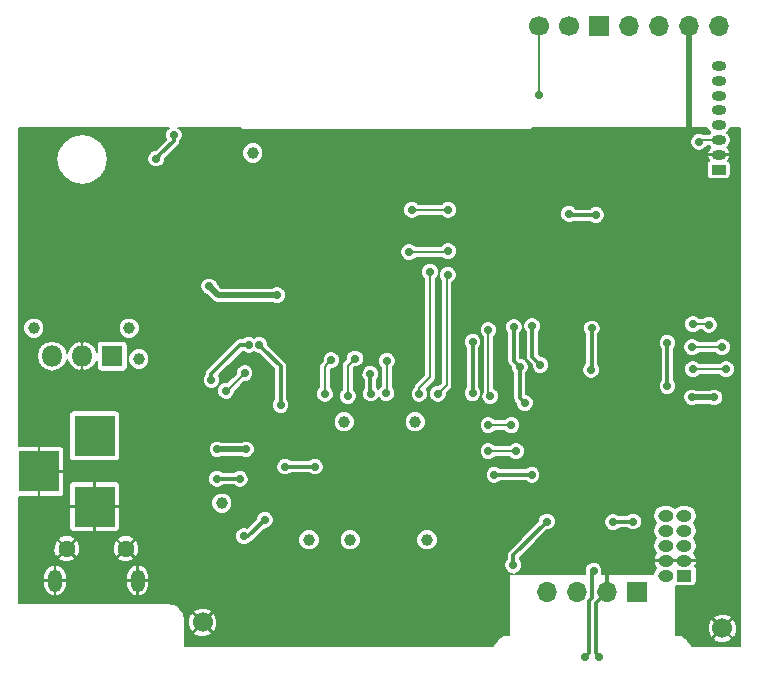
<source format=gbr>
G04 #@! TF.FileFunction,Copper,L2,Bot,Signal*
%FSLAX46Y46*%
G04 Gerber Fmt 4.6, Leading zero omitted, Abs format (unit mm)*
G04 Created by KiCad (PCBNEW 4.0.7) date 2018 March 10, Saturday 13:23:40*
%MOMM*%
%LPD*%
G01*
G04 APERTURE LIST*
%ADD10C,0.100000*%
%ADD11R,1.300000X1.000000*%
%ADD12O,1.300000X1.000000*%
%ADD13R,3.500000X3.500000*%
%ADD14C,1.450000*%
%ADD15O,1.200000X1.900000*%
%ADD16R,1.200000X0.850000*%
%ADD17O,1.200000X0.850000*%
%ADD18R,1.700000X1.700000*%
%ADD19O,1.700000X1.700000*%
%ADD20C,1.000000*%
%ADD21C,1.700000*%
%ADD22R,1.800000X1.800000*%
%ADD23O,1.800000X1.800000*%
%ADD24C,0.700000*%
%ADD25C,0.500000*%
%ADD26C,0.300000*%
%ADD27C,0.200000*%
G04 APERTURE END LIST*
D10*
D11*
X122785000Y-91540000D03*
D12*
X121215000Y-91540000D03*
X122785000Y-90270000D03*
X121215000Y-90270000D03*
X122785000Y-89000000D03*
X121215000Y-89000000D03*
X122785000Y-87730000D03*
X121215000Y-87730000D03*
X122785000Y-86460000D03*
X121215000Y-86460000D03*
D13*
X72850000Y-79700000D03*
X72850000Y-85700000D03*
X68150000Y-82700000D03*
D14*
X70500000Y-89250000D03*
X75500000Y-89250000D03*
D15*
X69500000Y-91950000D03*
X76500000Y-91950000D03*
D16*
X125700000Y-57150000D03*
D17*
X125700000Y-55900000D03*
X125700000Y-54650000D03*
X125700000Y-53400000D03*
X125700000Y-52150000D03*
X125700000Y-50900000D03*
X125700000Y-49650000D03*
X125700000Y-48400000D03*
D18*
X118810000Y-92900000D03*
D19*
X116270000Y-92900000D03*
X113730000Y-92900000D03*
X111190000Y-92900000D03*
D20*
X86250000Y-55750000D03*
D21*
X82000000Y-95500000D03*
D20*
X94500000Y-88500000D03*
D21*
X110490000Y-45000000D03*
X113030000Y-45000000D03*
D20*
X94000000Y-78500000D03*
X83600000Y-85400000D03*
X67700000Y-70600000D03*
X76600000Y-73200000D03*
X101000000Y-88500000D03*
X100000000Y-78500000D03*
X91000000Y-88500000D03*
X75800000Y-70600000D03*
D21*
X126000000Y-96000000D03*
D18*
X115570000Y-45000000D03*
D19*
X118110000Y-45000000D03*
X120650000Y-45000000D03*
X123190000Y-45000000D03*
X125730000Y-45000000D03*
D22*
X74340000Y-72960000D03*
D23*
X71800000Y-72960000D03*
X69260000Y-72960000D03*
D24*
X70350000Y-60150000D03*
X104600000Y-85200000D03*
X84800000Y-60000000D03*
X75650002Y-61400000D03*
X86250000Y-78250000D03*
X86250000Y-83700000D03*
X95850000Y-85850000D03*
X103200000Y-78350000D03*
X111100000Y-64500034D03*
X115600000Y-98400000D03*
X92900000Y-95800000D03*
X106600000Y-66500000D03*
X92200000Y-71000000D03*
X82700000Y-63000000D03*
X125300000Y-76450000D03*
X85650000Y-80850000D03*
X83250000Y-80849996D03*
X114900000Y-74100067D03*
X114950000Y-70600000D03*
X123449990Y-76450000D03*
X118450023Y-86950000D03*
X116750000Y-87000014D03*
X88300023Y-67800000D03*
X82550000Y-67050000D03*
X78079898Y-56220110D03*
X108850000Y-73850000D03*
X79550000Y-54250000D03*
X108350000Y-70500002D03*
X109264315Y-76935685D03*
X115100000Y-91100000D03*
X114400000Y-98400000D03*
X106350000Y-76350000D03*
X106199992Y-70749935D03*
X102750000Y-66050000D03*
X101900000Y-76150000D03*
X106200004Y-78800000D03*
X108150000Y-78800000D03*
X101250000Y-65800000D03*
X106200000Y-81000000D03*
X108550000Y-81000000D03*
X100350000Y-76150000D03*
X124049990Y-54800000D03*
X126000000Y-72200000D03*
X123450000Y-72200000D03*
X124850000Y-70300000D03*
X123500000Y-70250000D03*
X126350000Y-74050000D03*
X123500000Y-74050000D03*
X94300000Y-76350012D03*
X94900000Y-73150000D03*
X96215498Y-76119935D03*
X85150000Y-83350000D03*
X83200000Y-83350000D03*
X109900000Y-70400000D03*
X113000000Y-60900002D03*
X115300011Y-61000000D03*
X96200000Y-74450000D03*
X110600000Y-73700000D03*
X97550000Y-76100000D03*
X97600000Y-73350000D03*
X102800000Y-64050000D03*
X99491840Y-64145503D03*
X85500000Y-88199999D03*
X89000000Y-82300000D03*
X109850000Y-83000000D03*
X106700000Y-83000000D03*
X91500000Y-82300000D03*
X86800000Y-72000000D03*
X87250000Y-86800000D03*
X104850000Y-71749957D03*
X88600000Y-77100000D03*
X104850000Y-76100000D03*
X83949979Y-75900000D03*
X85550000Y-74400000D03*
X121349990Y-71799933D03*
X121350000Y-75500000D03*
X85900000Y-72000000D03*
X82750000Y-74950000D03*
X108300000Y-90650000D03*
X111150000Y-86950000D03*
X92900000Y-73300000D03*
X99700001Y-60550000D03*
X102800000Y-60550000D03*
X92350000Y-76150000D03*
X110450000Y-50850000D03*
D25*
X123190000Y-45000000D02*
X123190000Y-46202081D01*
X123190000Y-46202081D02*
X123190000Y-53890000D01*
D26*
X116270000Y-92900000D02*
X116270000Y-90630000D01*
X115600000Y-98400000D02*
X115300000Y-98100000D01*
X115300000Y-98100000D02*
X115300000Y-93870000D01*
X115300000Y-93870000D02*
X116270000Y-92900000D01*
D25*
X123449990Y-76450000D02*
X125300000Y-76450000D01*
X85649996Y-80849996D02*
X85650000Y-80850000D01*
X83250000Y-80849996D02*
X85649996Y-80849996D01*
D26*
X114950000Y-74050067D02*
X114900000Y-74100067D01*
X114950000Y-70600000D02*
X114950000Y-74050067D01*
X116800014Y-86950000D02*
X116750000Y-87000014D01*
X118450023Y-86950000D02*
X116800014Y-86950000D01*
X114400000Y-98400000D02*
X114700000Y-98100000D01*
X114700000Y-98100000D02*
X114700000Y-93706002D01*
X115000000Y-91200000D02*
X115100000Y-91100000D01*
X114700000Y-93706002D02*
X115000000Y-93406002D01*
X115000000Y-93406002D02*
X115000000Y-91200000D01*
X109264315Y-76935685D02*
X108850000Y-76521370D01*
X108850000Y-73850000D02*
X108350000Y-73350000D01*
X108850000Y-76521370D02*
X108850000Y-73850000D01*
D25*
X87805049Y-67800000D02*
X88300023Y-67800000D01*
X83300000Y-67800000D02*
X87805049Y-67800000D01*
X82550000Y-67050000D02*
X83300000Y-67800000D01*
D26*
X78429897Y-55870111D02*
X78079898Y-56220110D01*
X79550000Y-54750008D02*
X78429897Y-55870111D01*
X79550000Y-54250000D02*
X79550000Y-54750008D01*
X108350000Y-73200000D02*
X108350000Y-73350000D01*
X108500001Y-73500001D02*
X108850000Y-73850000D01*
X108350000Y-73350000D02*
X108500001Y-73500001D01*
X108350000Y-73200000D02*
X108350000Y-70500002D01*
D27*
X106199992Y-76199992D02*
X106350000Y-76350000D01*
X106199992Y-70749935D02*
X106199992Y-76199992D01*
X101900000Y-76150000D02*
X102650000Y-75400000D01*
X102650000Y-66150000D02*
X102700000Y-66100000D01*
X102650000Y-75400000D02*
X102650000Y-66150000D01*
X102700000Y-66100000D02*
X102750000Y-66050000D01*
X108150000Y-78800000D02*
X106200004Y-78800000D01*
X100350000Y-76150000D02*
X100350000Y-75650000D01*
X100350000Y-75650000D02*
X101250000Y-74750000D01*
X101250000Y-74750000D02*
X101250000Y-65800000D01*
X108550000Y-81000000D02*
X106200000Y-81000000D01*
X124199990Y-54650000D02*
X124049990Y-54800000D01*
X125700000Y-54650000D02*
X124199990Y-54650000D01*
X123450000Y-72200000D02*
X126000000Y-72200000D01*
X124800000Y-70250000D02*
X124850000Y-70300000D01*
X123500000Y-70250000D02*
X124800000Y-70250000D01*
X123500000Y-74050000D02*
X126350000Y-74050000D01*
X94300000Y-75855038D02*
X94300000Y-76350012D01*
X94300000Y-73750000D02*
X94300000Y-75855038D01*
X94900000Y-73150000D02*
X94300000Y-73750000D01*
D26*
X96200000Y-74450000D02*
X96200000Y-76104437D01*
X96200000Y-76104437D02*
X96215498Y-76119935D01*
X83200000Y-83350000D02*
X85150000Y-83350000D01*
X110600000Y-73700000D02*
X109900000Y-73000000D01*
X109900000Y-70894974D02*
X109900000Y-70400000D01*
X109900000Y-73000000D02*
X109900000Y-70894974D01*
X113099998Y-61000000D02*
X113000000Y-60900002D01*
X115300011Y-61000000D02*
X113099998Y-61000000D01*
D27*
X97600000Y-73350000D02*
X97600000Y-76050000D01*
X97600000Y-76050000D02*
X97550000Y-76100000D01*
X102704497Y-64145503D02*
X102800000Y-64050000D01*
X99491840Y-64145503D02*
X102704497Y-64145503D01*
D26*
X85850001Y-88199999D02*
X85500000Y-88199999D01*
X87250000Y-86800000D02*
X85850001Y-88199999D01*
X91500000Y-82300000D02*
X89000000Y-82300000D01*
X106700000Y-83000000D02*
X109850000Y-83000000D01*
X88600000Y-73800000D02*
X87149999Y-72349999D01*
X88600000Y-77100000D02*
X88600000Y-73800000D01*
X87149999Y-72349999D02*
X86800000Y-72000000D01*
X104850000Y-76100000D02*
X104850000Y-71749957D01*
D27*
X84050000Y-75900000D02*
X83949979Y-75900000D01*
X85550000Y-74400000D02*
X84050000Y-75900000D01*
D26*
X121349990Y-75499990D02*
X121350000Y-75500000D01*
X121349990Y-71799933D02*
X121349990Y-75499990D01*
X85205026Y-72000000D02*
X85405026Y-72000000D01*
X82750000Y-74455026D02*
X85205026Y-72000000D01*
X82750000Y-74950000D02*
X82750000Y-74455026D01*
X85405026Y-72000000D02*
X85900000Y-72000000D01*
X108300000Y-90155026D02*
X108300000Y-90650000D01*
X108300000Y-89800000D02*
X108300000Y-90155026D01*
X111150000Y-86950000D02*
X108300000Y-89800000D01*
D27*
X92350000Y-76150000D02*
X92350000Y-73850000D01*
X92550001Y-73649999D02*
X92900000Y-73300000D01*
X92350000Y-73850000D02*
X92550001Y-73649999D01*
X102800000Y-60550000D02*
X99700001Y-60550000D01*
X110490000Y-50810000D02*
X110450000Y-50850000D01*
X110490000Y-45000000D02*
X110490000Y-50810000D01*
G36*
X79125714Y-53613811D02*
X78914552Y-53824605D01*
X78800131Y-54100161D01*
X78799870Y-54398530D01*
X78894541Y-54627649D01*
X78052104Y-55470086D01*
X77931368Y-55469980D01*
X77655612Y-55583921D01*
X77444450Y-55794715D01*
X77330029Y-56070271D01*
X77329768Y-56368640D01*
X77443709Y-56644396D01*
X77654503Y-56855558D01*
X77930059Y-56969979D01*
X78228428Y-56970240D01*
X78504184Y-56856299D01*
X78635712Y-56725000D01*
X124692164Y-56725000D01*
X124692164Y-57575000D01*
X124720056Y-57723231D01*
X124807660Y-57859372D01*
X124941329Y-57950704D01*
X125100000Y-57982836D01*
X126300000Y-57982836D01*
X126448231Y-57954944D01*
X126584372Y-57867340D01*
X126675704Y-57733671D01*
X126707836Y-57575000D01*
X126707836Y-56725000D01*
X126679944Y-56576769D01*
X126592340Y-56440628D01*
X126521829Y-56392450D01*
X126646768Y-56192617D01*
X126685558Y-56053691D01*
X126599569Y-55925000D01*
X125725000Y-55925000D01*
X125725000Y-55945000D01*
X125675000Y-55945000D01*
X125675000Y-55925000D01*
X124800431Y-55925000D01*
X124714442Y-56053691D01*
X124753232Y-56192617D01*
X124878155Y-56392425D01*
X124815628Y-56432660D01*
X124724296Y-56566329D01*
X124692164Y-56725000D01*
X78635712Y-56725000D01*
X78715346Y-56645505D01*
X78829767Y-56369949D01*
X78829874Y-56247952D01*
X79149590Y-55928236D01*
X85349844Y-55928236D01*
X85486572Y-56259143D01*
X85739525Y-56512538D01*
X86070194Y-56649843D01*
X86428236Y-56650156D01*
X86759143Y-56513428D01*
X87012538Y-56260475D01*
X87149843Y-55929806D01*
X87150156Y-55571764D01*
X87013428Y-55240857D01*
X86760475Y-54987462D01*
X86429806Y-54850157D01*
X86071764Y-54849844D01*
X85740857Y-54986572D01*
X85487462Y-55239525D01*
X85350157Y-55570194D01*
X85349844Y-55928236D01*
X79149590Y-55928236D01*
X79938909Y-55138917D01*
X80058134Y-54960484D01*
X80097348Y-54763342D01*
X80185448Y-54675395D01*
X80299869Y-54399839D01*
X80300130Y-54101470D01*
X80186189Y-53825714D01*
X79975395Y-53614552D01*
X79940350Y-53600000D01*
X85200000Y-53600000D01*
X85200000Y-53665193D01*
X85206839Y-53701539D01*
X85228319Y-53734920D01*
X85261094Y-53757314D01*
X85300000Y-53765193D01*
X109800000Y-53765193D01*
X109836346Y-53758354D01*
X109869727Y-53736874D01*
X109892121Y-53704099D01*
X109900000Y-53665193D01*
X109900000Y-53600000D01*
X124720191Y-53600000D01*
X124743208Y-53715714D01*
X124922046Y-53983363D01*
X124984360Y-54025000D01*
X124922046Y-54066637D01*
X124866344Y-54150000D01*
X124440340Y-54150000D01*
X124199829Y-54050131D01*
X123901460Y-54049870D01*
X123625704Y-54163811D01*
X123414542Y-54374605D01*
X123300121Y-54650161D01*
X123299860Y-54948530D01*
X123413801Y-55224286D01*
X123624595Y-55435448D01*
X123900151Y-55549869D01*
X124198520Y-55550130D01*
X124474276Y-55436189D01*
X124685438Y-55225395D01*
X124716745Y-55150000D01*
X124866344Y-55150000D01*
X124922046Y-55233363D01*
X124996128Y-55282863D01*
X124923959Y-55334314D01*
X124753232Y-55607383D01*
X124714442Y-55746309D01*
X124800431Y-55875000D01*
X125675000Y-55875000D01*
X125675000Y-55855000D01*
X125725000Y-55855000D01*
X125725000Y-55875000D01*
X126599569Y-55875000D01*
X126685558Y-55746309D01*
X126646768Y-55607383D01*
X126476041Y-55334314D01*
X126403872Y-55282863D01*
X126477954Y-55233363D01*
X126656792Y-54965714D01*
X126719591Y-54650000D01*
X126656792Y-54334286D01*
X126477954Y-54066637D01*
X126415640Y-54025000D01*
X126477954Y-53983363D01*
X126656792Y-53715714D01*
X126679809Y-53600000D01*
X127525000Y-53600000D01*
X127525000Y-97525000D01*
X123400000Y-97525000D01*
X123400000Y-97400000D01*
X123392650Y-97362371D01*
X123370711Y-97329289D01*
X123165759Y-97124337D01*
X123102055Y-97028997D01*
X122971003Y-96897945D01*
X122971000Y-96897944D01*
X122896223Y-96847979D01*
X125187377Y-96847979D01*
X125271244Y-97045580D01*
X125726843Y-97244873D01*
X126224028Y-97254645D01*
X126687107Y-97073409D01*
X126728756Y-97045580D01*
X126812623Y-96847979D01*
X126000000Y-96035355D01*
X125187377Y-96847979D01*
X122896223Y-96847979D01*
X122875664Y-96834242D01*
X122670711Y-96629289D01*
X122638906Y-96607879D01*
X122600000Y-96600000D01*
X122423835Y-96600000D01*
X122100000Y-96535586D01*
X122100000Y-96224028D01*
X124745355Y-96224028D01*
X124926591Y-96687107D01*
X124954420Y-96728756D01*
X125152021Y-96812623D01*
X125964645Y-96000000D01*
X126035355Y-96000000D01*
X126847979Y-96812623D01*
X127045580Y-96728756D01*
X127244873Y-96273157D01*
X127254645Y-95775972D01*
X127073409Y-95312893D01*
X127045580Y-95271244D01*
X126847979Y-95187377D01*
X126035355Y-96000000D01*
X125964645Y-96000000D01*
X125152021Y-95187377D01*
X124954420Y-95271244D01*
X124755127Y-95726843D01*
X124745355Y-96224028D01*
X122100000Y-96224028D01*
X122100000Y-95152021D01*
X125187377Y-95152021D01*
X126000000Y-95964645D01*
X126812623Y-95152021D01*
X126728756Y-94954420D01*
X126273157Y-94755127D01*
X125775972Y-94745355D01*
X125312893Y-94926591D01*
X125271244Y-94954420D01*
X125187377Y-95152021D01*
X122100000Y-95152021D01*
X122100000Y-92440748D01*
X122135000Y-92447836D01*
X123435000Y-92447836D01*
X123583231Y-92419944D01*
X123719372Y-92332340D01*
X123810704Y-92198671D01*
X123842836Y-92040000D01*
X123842836Y-91040000D01*
X123814944Y-90891769D01*
X123727340Y-90755628D01*
X123689156Y-90729538D01*
X123776059Y-90591318D01*
X123819666Y-90435429D01*
X123734609Y-90295000D01*
X122810000Y-90295000D01*
X122810000Y-90315000D01*
X122760000Y-90315000D01*
X122760000Y-90295000D01*
X121240000Y-90295000D01*
X121240000Y-90315000D01*
X121190000Y-90315000D01*
X121190000Y-90295000D01*
X120265391Y-90295000D01*
X120180334Y-90435429D01*
X120223941Y-90591318D01*
X120410926Y-90888718D01*
X120420331Y-90895387D01*
X120408033Y-90903604D01*
X120212937Y-91195585D01*
X120172277Y-91400000D01*
X115787517Y-91400000D01*
X115849869Y-91249839D01*
X115850130Y-90951470D01*
X115736189Y-90675714D01*
X115525395Y-90464552D01*
X115249839Y-90350131D01*
X114951470Y-90349870D01*
X114675714Y-90463811D01*
X114464552Y-90674605D01*
X114350131Y-90950161D01*
X114349870Y-91248530D01*
X114412457Y-91400000D01*
X108448845Y-91400000D01*
X108724286Y-91286189D01*
X108935448Y-91075395D01*
X109049869Y-90799839D01*
X109050130Y-90501470D01*
X108936189Y-90225714D01*
X108850000Y-90139375D01*
X108850000Y-90027818D01*
X111177793Y-87700024D01*
X111298530Y-87700130D01*
X111574286Y-87586189D01*
X111785448Y-87375395D01*
X111879644Y-87148544D01*
X115999870Y-87148544D01*
X116113811Y-87424300D01*
X116324605Y-87635462D01*
X116600161Y-87749883D01*
X116898530Y-87750144D01*
X117174286Y-87636203D01*
X117310727Y-87500000D01*
X117939329Y-87500000D01*
X118024628Y-87585448D01*
X118300184Y-87699869D01*
X118598553Y-87700130D01*
X118874309Y-87586189D01*
X119085471Y-87375395D01*
X119199892Y-87099839D01*
X119200153Y-86801470D01*
X119086212Y-86525714D01*
X119020613Y-86460000D01*
X120144429Y-86460000D01*
X120212937Y-86804415D01*
X120407100Y-87095000D01*
X120212937Y-87385585D01*
X120144429Y-87730000D01*
X120212937Y-88074415D01*
X120407100Y-88365000D01*
X120212937Y-88655585D01*
X120144429Y-89000000D01*
X120212937Y-89344415D01*
X120408033Y-89636396D01*
X120420331Y-89644613D01*
X120410926Y-89651282D01*
X120223941Y-89948682D01*
X120180334Y-90104571D01*
X120265391Y-90245000D01*
X121190000Y-90245000D01*
X121190000Y-90225000D01*
X121240000Y-90225000D01*
X121240000Y-90245000D01*
X122760000Y-90245000D01*
X122760000Y-90225000D01*
X122810000Y-90225000D01*
X122810000Y-90245000D01*
X123734609Y-90245000D01*
X123819666Y-90104571D01*
X123776059Y-89948682D01*
X123589074Y-89651282D01*
X123579669Y-89644613D01*
X123591967Y-89636396D01*
X123787063Y-89344415D01*
X123855571Y-89000000D01*
X123787063Y-88655585D01*
X123592900Y-88365000D01*
X123787063Y-88074415D01*
X123855571Y-87730000D01*
X123787063Y-87385585D01*
X123592900Y-87095000D01*
X123787063Y-86804415D01*
X123855571Y-86460000D01*
X123787063Y-86115585D01*
X123591967Y-85823604D01*
X123299986Y-85628508D01*
X122955571Y-85560000D01*
X122614429Y-85560000D01*
X122270014Y-85628508D01*
X122000000Y-85808926D01*
X121729986Y-85628508D01*
X121385571Y-85560000D01*
X121044429Y-85560000D01*
X120700014Y-85628508D01*
X120408033Y-85823604D01*
X120212937Y-86115585D01*
X120144429Y-86460000D01*
X119020613Y-86460000D01*
X118875418Y-86314552D01*
X118599862Y-86200131D01*
X118301493Y-86199870D01*
X118025737Y-86313811D01*
X117939398Y-86400000D01*
X117210767Y-86400000D01*
X117175395Y-86364566D01*
X116899839Y-86250145D01*
X116601470Y-86249884D01*
X116325714Y-86363825D01*
X116114552Y-86574619D01*
X116000131Y-86850175D01*
X115999870Y-87148544D01*
X111879644Y-87148544D01*
X111899869Y-87099839D01*
X111900130Y-86801470D01*
X111786189Y-86525714D01*
X111575395Y-86314552D01*
X111299839Y-86200131D01*
X111001470Y-86199870D01*
X110725714Y-86313811D01*
X110514552Y-86524605D01*
X110400131Y-86800161D01*
X110400024Y-86922159D01*
X107911091Y-89411091D01*
X107791866Y-89589524D01*
X107750000Y-89800000D01*
X107750000Y-90139306D01*
X107664552Y-90224605D01*
X107550131Y-90500161D01*
X107549870Y-90798530D01*
X107663811Y-91074286D01*
X107874605Y-91285448D01*
X108150161Y-91399869D01*
X108299917Y-91400000D01*
X108000000Y-91400000D01*
X107963654Y-91406839D01*
X107930273Y-91428319D01*
X107907879Y-91461094D01*
X107900000Y-91500000D01*
X107900000Y-96535585D01*
X107576165Y-96600000D01*
X107400000Y-96600000D01*
X107362371Y-96607350D01*
X107329289Y-96629289D01*
X107124337Y-96834241D01*
X107028997Y-96897945D01*
X106897945Y-97028997D01*
X106897945Y-97028998D01*
X106834242Y-97124336D01*
X106629289Y-97329289D01*
X106607879Y-97361094D01*
X106600000Y-97400000D01*
X106600000Y-97525000D01*
X80475000Y-97525000D01*
X80475000Y-96347979D01*
X81187377Y-96347979D01*
X81271244Y-96545580D01*
X81726843Y-96744873D01*
X82224028Y-96754645D01*
X82687107Y-96573409D01*
X82728756Y-96545580D01*
X82812623Y-96347979D01*
X82000000Y-95535355D01*
X81187377Y-96347979D01*
X80475000Y-96347979D01*
X80475000Y-95724028D01*
X80745355Y-95724028D01*
X80926591Y-96187107D01*
X80954420Y-96228756D01*
X81152021Y-96312623D01*
X81964645Y-95500000D01*
X82035355Y-95500000D01*
X82847979Y-96312623D01*
X83045580Y-96228756D01*
X83244873Y-95773157D01*
X83254645Y-95275972D01*
X83073409Y-94812893D01*
X83045580Y-94771244D01*
X82847979Y-94687377D01*
X82035355Y-95500000D01*
X81964645Y-95500000D01*
X81152021Y-94687377D01*
X80954420Y-94771244D01*
X80755127Y-95226843D01*
X80745355Y-95724028D01*
X80475000Y-95724028D01*
X80475000Y-95300000D01*
X80465873Y-95254115D01*
X80465873Y-95207332D01*
X80400000Y-94876165D01*
X80400000Y-94700000D01*
X80392650Y-94662371D01*
X80385787Y-94652021D01*
X81187377Y-94652021D01*
X82000000Y-95464645D01*
X82812623Y-94652021D01*
X82728756Y-94454420D01*
X82273157Y-94255127D01*
X81775972Y-94245355D01*
X81312893Y-94426591D01*
X81271244Y-94454420D01*
X81187377Y-94652021D01*
X80385787Y-94652021D01*
X80370711Y-94629289D01*
X80165759Y-94424337D01*
X80102055Y-94328997D01*
X79971003Y-94197945D01*
X79971000Y-94197944D01*
X79875664Y-94134242D01*
X79670711Y-93929289D01*
X79638906Y-93907879D01*
X79600000Y-93900000D01*
X79423835Y-93900000D01*
X79092667Y-93834127D01*
X79045885Y-93834127D01*
X79000000Y-93825000D01*
X66475000Y-93825000D01*
X66475000Y-91975000D01*
X68500000Y-91975000D01*
X68500000Y-92325000D01*
X68585688Y-92705780D01*
X68810571Y-93024784D01*
X69140413Y-93233446D01*
X69318922Y-93283468D01*
X69475000Y-93199653D01*
X69475000Y-91975000D01*
X69525000Y-91975000D01*
X69525000Y-93199653D01*
X69681078Y-93283468D01*
X69859587Y-93233446D01*
X70189429Y-93024784D01*
X70414312Y-92705780D01*
X70500000Y-92325000D01*
X70500000Y-91975000D01*
X75500000Y-91975000D01*
X75500000Y-92325000D01*
X75585688Y-92705780D01*
X75810571Y-93024784D01*
X76140413Y-93233446D01*
X76318922Y-93283468D01*
X76475000Y-93199653D01*
X76475000Y-91975000D01*
X76525000Y-91975000D01*
X76525000Y-93199653D01*
X76681078Y-93283468D01*
X76859587Y-93233446D01*
X77189429Y-93024784D01*
X77414312Y-92705780D01*
X77500000Y-92325000D01*
X77500000Y-91975000D01*
X76525000Y-91975000D01*
X76475000Y-91975000D01*
X75500000Y-91975000D01*
X70500000Y-91975000D01*
X69525000Y-91975000D01*
X69475000Y-91975000D01*
X68500000Y-91975000D01*
X66475000Y-91975000D01*
X66475000Y-91575000D01*
X68500000Y-91575000D01*
X68500000Y-91925000D01*
X69475000Y-91925000D01*
X69475000Y-90700347D01*
X69525000Y-90700347D01*
X69525000Y-91925000D01*
X70500000Y-91925000D01*
X70500000Y-91575000D01*
X75500000Y-91575000D01*
X75500000Y-91925000D01*
X76475000Y-91925000D01*
X76475000Y-90700347D01*
X76525000Y-90700347D01*
X76525000Y-91925000D01*
X77500000Y-91925000D01*
X77500000Y-91575000D01*
X77414312Y-91194220D01*
X77189429Y-90875216D01*
X76859587Y-90666554D01*
X76681078Y-90616532D01*
X76525000Y-90700347D01*
X76475000Y-90700347D01*
X76318922Y-90616532D01*
X76140413Y-90666554D01*
X75810571Y-90875216D01*
X75585688Y-91194220D01*
X75500000Y-91575000D01*
X70500000Y-91575000D01*
X70414312Y-91194220D01*
X70189429Y-90875216D01*
X69859587Y-90666554D01*
X69681078Y-90616532D01*
X69525000Y-90700347D01*
X69475000Y-90700347D01*
X69318922Y-90616532D01*
X69140413Y-90666554D01*
X68810571Y-90875216D01*
X68585688Y-91194220D01*
X68500000Y-91575000D01*
X66475000Y-91575000D01*
X66475000Y-90007835D01*
X69777520Y-90007835D01*
X69846172Y-90192450D01*
X70256601Y-90370920D01*
X70704086Y-90378740D01*
X71120501Y-90214719D01*
X71153828Y-90192450D01*
X71222480Y-90007835D01*
X74777520Y-90007835D01*
X74846172Y-90192450D01*
X75256601Y-90370920D01*
X75704086Y-90378740D01*
X76120501Y-90214719D01*
X76153828Y-90192450D01*
X76222480Y-90007835D01*
X75500000Y-89285355D01*
X74777520Y-90007835D01*
X71222480Y-90007835D01*
X70500000Y-89285355D01*
X69777520Y-90007835D01*
X66475000Y-90007835D01*
X66475000Y-89454086D01*
X69371260Y-89454086D01*
X69535281Y-89870501D01*
X69557550Y-89903828D01*
X69742165Y-89972480D01*
X70464645Y-89250000D01*
X70535355Y-89250000D01*
X71257835Y-89972480D01*
X71442450Y-89903828D01*
X71620920Y-89493399D01*
X71621607Y-89454086D01*
X74371260Y-89454086D01*
X74535281Y-89870501D01*
X74557550Y-89903828D01*
X74742165Y-89972480D01*
X75464645Y-89250000D01*
X75535355Y-89250000D01*
X76257835Y-89972480D01*
X76442450Y-89903828D01*
X76620920Y-89493399D01*
X76628740Y-89045914D01*
X76464719Y-88629499D01*
X76442450Y-88596172D01*
X76257835Y-88527520D01*
X75535355Y-89250000D01*
X75464645Y-89250000D01*
X74742165Y-88527520D01*
X74557550Y-88596172D01*
X74379080Y-89006601D01*
X74371260Y-89454086D01*
X71621607Y-89454086D01*
X71628740Y-89045914D01*
X71464719Y-88629499D01*
X71442450Y-88596172D01*
X71257835Y-88527520D01*
X70535355Y-89250000D01*
X70464645Y-89250000D01*
X69742165Y-88527520D01*
X69557550Y-88596172D01*
X69379080Y-89006601D01*
X69371260Y-89454086D01*
X66475000Y-89454086D01*
X66475000Y-88492165D01*
X69777520Y-88492165D01*
X70500000Y-89214645D01*
X71222480Y-88492165D01*
X74777520Y-88492165D01*
X75500000Y-89214645D01*
X76222480Y-88492165D01*
X76169067Y-88348529D01*
X84749870Y-88348529D01*
X84863811Y-88624285D01*
X85074605Y-88835447D01*
X85350161Y-88949868D01*
X85648530Y-88950129D01*
X85924286Y-88836188D01*
X86050596Y-88710099D01*
X86060477Y-88708133D01*
X86105221Y-88678236D01*
X90099844Y-88678236D01*
X90236572Y-89009143D01*
X90489525Y-89262538D01*
X90820194Y-89399843D01*
X91178236Y-89400156D01*
X91509143Y-89263428D01*
X91762538Y-89010475D01*
X91899843Y-88679806D01*
X91899844Y-88678236D01*
X93599844Y-88678236D01*
X93736572Y-89009143D01*
X93989525Y-89262538D01*
X94320194Y-89399843D01*
X94678236Y-89400156D01*
X95009143Y-89263428D01*
X95262538Y-89010475D01*
X95399843Y-88679806D01*
X95399844Y-88678236D01*
X100099844Y-88678236D01*
X100236572Y-89009143D01*
X100489525Y-89262538D01*
X100820194Y-89399843D01*
X101178236Y-89400156D01*
X101509143Y-89263428D01*
X101762538Y-89010475D01*
X101899843Y-88679806D01*
X101900156Y-88321764D01*
X101763428Y-87990857D01*
X101510475Y-87737462D01*
X101179806Y-87600157D01*
X100821764Y-87599844D01*
X100490857Y-87736572D01*
X100237462Y-87989525D01*
X100100157Y-88320194D01*
X100099844Y-88678236D01*
X95399844Y-88678236D01*
X95400156Y-88321764D01*
X95263428Y-87990857D01*
X95010475Y-87737462D01*
X94679806Y-87600157D01*
X94321764Y-87599844D01*
X93990857Y-87736572D01*
X93737462Y-87989525D01*
X93600157Y-88320194D01*
X93599844Y-88678236D01*
X91899844Y-88678236D01*
X91900156Y-88321764D01*
X91763428Y-87990857D01*
X91510475Y-87737462D01*
X91179806Y-87600157D01*
X90821764Y-87599844D01*
X90490857Y-87736572D01*
X90237462Y-87989525D01*
X90100157Y-88320194D01*
X90099844Y-88678236D01*
X86105221Y-88678236D01*
X86238910Y-88588908D01*
X87277793Y-87550024D01*
X87398530Y-87550130D01*
X87674286Y-87436189D01*
X87885448Y-87225395D01*
X87999869Y-86949839D01*
X88000130Y-86651470D01*
X87886189Y-86375714D01*
X87675395Y-86164552D01*
X87399839Y-86050131D01*
X87101470Y-86049870D01*
X86825714Y-86163811D01*
X86614552Y-86374605D01*
X86500131Y-86650161D01*
X86500024Y-86772158D01*
X85771524Y-87500658D01*
X85649839Y-87450130D01*
X85351470Y-87449869D01*
X85075714Y-87563810D01*
X84864552Y-87774604D01*
X84750131Y-88050160D01*
X84749870Y-88348529D01*
X76169067Y-88348529D01*
X76153828Y-88307550D01*
X75743399Y-88129080D01*
X75295914Y-88121260D01*
X74879499Y-88285281D01*
X74846172Y-88307550D01*
X74777520Y-88492165D01*
X71222480Y-88492165D01*
X71153828Y-88307550D01*
X70743399Y-88129080D01*
X70295914Y-88121260D01*
X69879499Y-88285281D01*
X69846172Y-88307550D01*
X69777520Y-88492165D01*
X66475000Y-88492165D01*
X66475000Y-85825000D01*
X70700000Y-85825000D01*
X70700000Y-87529565D01*
X70760896Y-87676582D01*
X70873418Y-87789104D01*
X71020435Y-87850000D01*
X72725000Y-87850000D01*
X72825000Y-87750000D01*
X72825000Y-85725000D01*
X72875000Y-85725000D01*
X72875000Y-87750000D01*
X72975000Y-87850000D01*
X74679565Y-87850000D01*
X74826582Y-87789104D01*
X74939104Y-87676582D01*
X75000000Y-87529565D01*
X75000000Y-85825000D01*
X74900000Y-85725000D01*
X72875000Y-85725000D01*
X72825000Y-85725000D01*
X70800000Y-85725000D01*
X70700000Y-85825000D01*
X66475000Y-85825000D01*
X66475000Y-84850000D01*
X68025000Y-84850000D01*
X68125000Y-84750000D01*
X68125000Y-82725000D01*
X68175000Y-82725000D01*
X68175000Y-84750000D01*
X68275000Y-84850000D01*
X69979565Y-84850000D01*
X70126582Y-84789104D01*
X70239104Y-84676582D01*
X70300000Y-84529565D01*
X70300000Y-83870435D01*
X70700000Y-83870435D01*
X70700000Y-85575000D01*
X70800000Y-85675000D01*
X72825000Y-85675000D01*
X72825000Y-83650000D01*
X72875000Y-83650000D01*
X72875000Y-85675000D01*
X74900000Y-85675000D01*
X74996764Y-85578236D01*
X82699844Y-85578236D01*
X82836572Y-85909143D01*
X83089525Y-86162538D01*
X83420194Y-86299843D01*
X83778236Y-86300156D01*
X84109143Y-86163428D01*
X84362538Y-85910475D01*
X84499843Y-85579806D01*
X84500156Y-85221764D01*
X84363428Y-84890857D01*
X84110475Y-84637462D01*
X83779806Y-84500157D01*
X83421764Y-84499844D01*
X83090857Y-84636572D01*
X82837462Y-84889525D01*
X82700157Y-85220194D01*
X82699844Y-85578236D01*
X74996764Y-85578236D01*
X75000000Y-85575000D01*
X75000000Y-83870435D01*
X74939104Y-83723418D01*
X74826582Y-83610896D01*
X74679565Y-83550000D01*
X72975000Y-83550000D01*
X72875000Y-83650000D01*
X72825000Y-83650000D01*
X72725000Y-83550000D01*
X71020435Y-83550000D01*
X70873418Y-83610896D01*
X70760896Y-83723418D01*
X70700000Y-83870435D01*
X70300000Y-83870435D01*
X70300000Y-83498530D01*
X82449870Y-83498530D01*
X82563811Y-83774286D01*
X82774605Y-83985448D01*
X83050161Y-84099869D01*
X83348530Y-84100130D01*
X83624286Y-83986189D01*
X83710625Y-83900000D01*
X84639306Y-83900000D01*
X84724605Y-83985448D01*
X85000161Y-84099869D01*
X85298530Y-84100130D01*
X85574286Y-83986189D01*
X85785448Y-83775395D01*
X85899869Y-83499839D01*
X85900130Y-83201470D01*
X85878256Y-83148530D01*
X105949870Y-83148530D01*
X106063811Y-83424286D01*
X106274605Y-83635448D01*
X106550161Y-83749869D01*
X106848530Y-83750130D01*
X107124286Y-83636189D01*
X107210625Y-83550000D01*
X109339306Y-83550000D01*
X109424605Y-83635448D01*
X109700161Y-83749869D01*
X109998530Y-83750130D01*
X110274286Y-83636189D01*
X110485448Y-83425395D01*
X110599869Y-83149839D01*
X110600130Y-82851470D01*
X110486189Y-82575714D01*
X110275395Y-82364552D01*
X109999839Y-82250131D01*
X109701470Y-82249870D01*
X109425714Y-82363811D01*
X109339375Y-82450000D01*
X107210694Y-82450000D01*
X107125395Y-82364552D01*
X106849839Y-82250131D01*
X106551470Y-82249870D01*
X106275714Y-82363811D01*
X106064552Y-82574605D01*
X105950131Y-82850161D01*
X105949870Y-83148530D01*
X85878256Y-83148530D01*
X85786189Y-82925714D01*
X85575395Y-82714552D01*
X85299839Y-82600131D01*
X85001470Y-82599870D01*
X84725714Y-82713811D01*
X84639375Y-82800000D01*
X83710694Y-82800000D01*
X83625395Y-82714552D01*
X83349839Y-82600131D01*
X83051470Y-82599870D01*
X82775714Y-82713811D01*
X82564552Y-82924605D01*
X82450131Y-83200161D01*
X82449870Y-83498530D01*
X70300000Y-83498530D01*
X70300000Y-82825000D01*
X70200000Y-82725000D01*
X68175000Y-82725000D01*
X68125000Y-82725000D01*
X68105000Y-82725000D01*
X68105000Y-82675000D01*
X68125000Y-82675000D01*
X68125000Y-80650000D01*
X68175000Y-80650000D01*
X68175000Y-82675000D01*
X70200000Y-82675000D01*
X70300000Y-82575000D01*
X70300000Y-82448530D01*
X88249870Y-82448530D01*
X88363811Y-82724286D01*
X88574605Y-82935448D01*
X88850161Y-83049869D01*
X89148530Y-83050130D01*
X89424286Y-82936189D01*
X89510625Y-82850000D01*
X90989306Y-82850000D01*
X91074605Y-82935448D01*
X91350161Y-83049869D01*
X91648530Y-83050130D01*
X91924286Y-82936189D01*
X92135448Y-82725395D01*
X92249869Y-82449839D01*
X92250130Y-82151470D01*
X92136189Y-81875714D01*
X91925395Y-81664552D01*
X91649839Y-81550131D01*
X91351470Y-81549870D01*
X91075714Y-81663811D01*
X90989375Y-81750000D01*
X89510694Y-81750000D01*
X89425395Y-81664552D01*
X89149839Y-81550131D01*
X88851470Y-81549870D01*
X88575714Y-81663811D01*
X88364552Y-81874605D01*
X88250131Y-82150161D01*
X88249870Y-82448530D01*
X70300000Y-82448530D01*
X70300000Y-80870435D01*
X70239104Y-80723418D01*
X70126582Y-80610896D01*
X69979565Y-80550000D01*
X68275000Y-80550000D01*
X68175000Y-80650000D01*
X68125000Y-80650000D01*
X68025000Y-80550000D01*
X66475000Y-80550000D01*
X66475000Y-77950000D01*
X70692164Y-77950000D01*
X70692164Y-81450000D01*
X70720056Y-81598231D01*
X70807660Y-81734372D01*
X70941329Y-81825704D01*
X71100000Y-81857836D01*
X74600000Y-81857836D01*
X74748231Y-81829944D01*
X74884372Y-81742340D01*
X74975704Y-81608671D01*
X75007836Y-81450000D01*
X75007836Y-80998526D01*
X82499870Y-80998526D01*
X82613811Y-81274282D01*
X82824605Y-81485444D01*
X83100161Y-81599865D01*
X83398530Y-81600126D01*
X83640861Y-81499996D01*
X85259640Y-81499996D01*
X85500161Y-81599869D01*
X85798530Y-81600130D01*
X86074286Y-81486189D01*
X86285448Y-81275395D01*
X86338127Y-81148530D01*
X105449870Y-81148530D01*
X105563811Y-81424286D01*
X105774605Y-81635448D01*
X106050161Y-81749869D01*
X106348530Y-81750130D01*
X106624286Y-81636189D01*
X106760713Y-81500000D01*
X107989393Y-81500000D01*
X108124605Y-81635448D01*
X108400161Y-81749869D01*
X108698530Y-81750130D01*
X108974286Y-81636189D01*
X109185448Y-81425395D01*
X109299869Y-81149839D01*
X109300130Y-80851470D01*
X109186189Y-80575714D01*
X108975395Y-80364552D01*
X108699839Y-80250131D01*
X108401470Y-80249870D01*
X108125714Y-80363811D01*
X107989287Y-80500000D01*
X106760607Y-80500000D01*
X106625395Y-80364552D01*
X106349839Y-80250131D01*
X106051470Y-80249870D01*
X105775714Y-80363811D01*
X105564552Y-80574605D01*
X105450131Y-80850161D01*
X105449870Y-81148530D01*
X86338127Y-81148530D01*
X86399869Y-80999839D01*
X86400130Y-80701470D01*
X86286189Y-80425714D01*
X86075395Y-80214552D01*
X85799839Y-80100131D01*
X85501470Y-80099870D01*
X85259149Y-80199996D01*
X83640350Y-80199996D01*
X83399839Y-80100127D01*
X83101470Y-80099866D01*
X82825714Y-80213807D01*
X82614552Y-80424601D01*
X82500131Y-80700157D01*
X82499870Y-80998526D01*
X75007836Y-80998526D01*
X75007836Y-78678236D01*
X93099844Y-78678236D01*
X93236572Y-79009143D01*
X93489525Y-79262538D01*
X93820194Y-79399843D01*
X94178236Y-79400156D01*
X94509143Y-79263428D01*
X94762538Y-79010475D01*
X94899843Y-78679806D01*
X94899844Y-78678236D01*
X99099844Y-78678236D01*
X99236572Y-79009143D01*
X99489525Y-79262538D01*
X99820194Y-79399843D01*
X100178236Y-79400156D01*
X100509143Y-79263428D01*
X100762538Y-79010475D01*
X100788259Y-78948530D01*
X105449874Y-78948530D01*
X105563815Y-79224286D01*
X105774609Y-79435448D01*
X106050165Y-79549869D01*
X106348534Y-79550130D01*
X106624290Y-79436189D01*
X106760717Y-79300000D01*
X107589393Y-79300000D01*
X107724605Y-79435448D01*
X108000161Y-79549869D01*
X108298530Y-79550130D01*
X108574286Y-79436189D01*
X108785448Y-79225395D01*
X108899869Y-78949839D01*
X108900130Y-78651470D01*
X108786189Y-78375714D01*
X108575395Y-78164552D01*
X108299839Y-78050131D01*
X108001470Y-78049870D01*
X107725714Y-78163811D01*
X107589287Y-78300000D01*
X106760611Y-78300000D01*
X106625399Y-78164552D01*
X106349843Y-78050131D01*
X106051474Y-78049870D01*
X105775718Y-78163811D01*
X105564556Y-78374605D01*
X105450135Y-78650161D01*
X105449874Y-78948530D01*
X100788259Y-78948530D01*
X100899843Y-78679806D01*
X100900156Y-78321764D01*
X100763428Y-77990857D01*
X100510475Y-77737462D01*
X100179806Y-77600157D01*
X99821764Y-77599844D01*
X99490857Y-77736572D01*
X99237462Y-77989525D01*
X99100157Y-78320194D01*
X99099844Y-78678236D01*
X94899844Y-78678236D01*
X94900156Y-78321764D01*
X94763428Y-77990857D01*
X94510475Y-77737462D01*
X94179806Y-77600157D01*
X93821764Y-77599844D01*
X93490857Y-77736572D01*
X93237462Y-77989525D01*
X93100157Y-78320194D01*
X93099844Y-78678236D01*
X75007836Y-78678236D01*
X75007836Y-77950000D01*
X74979944Y-77801769D01*
X74892340Y-77665628D01*
X74758671Y-77574296D01*
X74600000Y-77542164D01*
X71100000Y-77542164D01*
X70951769Y-77570056D01*
X70815628Y-77657660D01*
X70724296Y-77791329D01*
X70692164Y-77950000D01*
X66475000Y-77950000D01*
X66475000Y-76048530D01*
X83199849Y-76048530D01*
X83313790Y-76324286D01*
X83524584Y-76535448D01*
X83800140Y-76649869D01*
X84098509Y-76650130D01*
X84374265Y-76536189D01*
X84585427Y-76325395D01*
X84699848Y-76049839D01*
X84699929Y-75957177D01*
X85507144Y-75149963D01*
X85698530Y-75150130D01*
X85974286Y-75036189D01*
X86185448Y-74825395D01*
X86299869Y-74549839D01*
X86300130Y-74251470D01*
X86186189Y-73975714D01*
X85975395Y-73764552D01*
X85699839Y-73650131D01*
X85401470Y-73649870D01*
X85125714Y-73763811D01*
X84914552Y-73974605D01*
X84800131Y-74250161D01*
X84799962Y-74442931D01*
X84092769Y-75150125D01*
X83801449Y-75149870D01*
X83525693Y-75263811D01*
X83314531Y-75474605D01*
X83200110Y-75750161D01*
X83199849Y-76048530D01*
X66475000Y-76048530D01*
X66475000Y-75098530D01*
X81999870Y-75098530D01*
X82113811Y-75374286D01*
X82324605Y-75585448D01*
X82600161Y-75699869D01*
X82898530Y-75700130D01*
X83174286Y-75586189D01*
X83385448Y-75375395D01*
X83499869Y-75099839D01*
X83500130Y-74801470D01*
X83406931Y-74575913D01*
X85411056Y-72571788D01*
X85474605Y-72635448D01*
X85750161Y-72749869D01*
X86048530Y-72750130D01*
X86324286Y-72636189D01*
X86349860Y-72610660D01*
X86374605Y-72635448D01*
X86650161Y-72749869D01*
X86772158Y-72749976D01*
X88050000Y-74027818D01*
X88050000Y-76589306D01*
X87964552Y-76674605D01*
X87850131Y-76950161D01*
X87849870Y-77248530D01*
X87963811Y-77524286D01*
X88174605Y-77735448D01*
X88450161Y-77849869D01*
X88748530Y-77850130D01*
X89024286Y-77736189D01*
X89235448Y-77525395D01*
X89349869Y-77249839D01*
X89350130Y-76951470D01*
X89236189Y-76675714D01*
X89150000Y-76589375D01*
X89150000Y-76298530D01*
X91599870Y-76298530D01*
X91713811Y-76574286D01*
X91924605Y-76785448D01*
X92200161Y-76899869D01*
X92498530Y-76900130D01*
X92774286Y-76786189D01*
X92985448Y-76575395D01*
X93017360Y-76498542D01*
X93549870Y-76498542D01*
X93663811Y-76774298D01*
X93874605Y-76985460D01*
X94150161Y-77099881D01*
X94448530Y-77100142D01*
X94724286Y-76986201D01*
X94935448Y-76775407D01*
X95049869Y-76499851D01*
X95050130Y-76201482D01*
X94936189Y-75925726D01*
X94800000Y-75789299D01*
X94800000Y-74598530D01*
X95449870Y-74598530D01*
X95563811Y-74874286D01*
X95650000Y-74960625D01*
X95650000Y-75624712D01*
X95580050Y-75694540D01*
X95465629Y-75970096D01*
X95465368Y-76268465D01*
X95579309Y-76544221D01*
X95790103Y-76755383D01*
X96065659Y-76869804D01*
X96364028Y-76870065D01*
X96639784Y-76756124D01*
X96850946Y-76545330D01*
X96886814Y-76458950D01*
X96913811Y-76524286D01*
X97124605Y-76735448D01*
X97400161Y-76849869D01*
X97698530Y-76850130D01*
X97974286Y-76736189D01*
X98185448Y-76525395D01*
X98279650Y-76298530D01*
X99599870Y-76298530D01*
X99713811Y-76574286D01*
X99924605Y-76785448D01*
X100200161Y-76899869D01*
X100498530Y-76900130D01*
X100774286Y-76786189D01*
X100985448Y-76575395D01*
X101099869Y-76299839D01*
X101099870Y-76298530D01*
X101149870Y-76298530D01*
X101263811Y-76574286D01*
X101474605Y-76785448D01*
X101750161Y-76899869D01*
X102048530Y-76900130D01*
X102324286Y-76786189D01*
X102535448Y-76575395D01*
X102649869Y-76299839D01*
X102650038Y-76107069D01*
X103003553Y-75753554D01*
X103111940Y-75591342D01*
X103127214Y-75514552D01*
X103150000Y-75400000D01*
X103150000Y-71898487D01*
X104099870Y-71898487D01*
X104213811Y-72174243D01*
X104300000Y-72260582D01*
X104300000Y-75589306D01*
X104214552Y-75674605D01*
X104100131Y-75950161D01*
X104099870Y-76248530D01*
X104213811Y-76524286D01*
X104424605Y-76735448D01*
X104700161Y-76849869D01*
X104998530Y-76850130D01*
X105274286Y-76736189D01*
X105485448Y-76525395D01*
X105599869Y-76249839D01*
X105600130Y-75951470D01*
X105486189Y-75675714D01*
X105400000Y-75589375D01*
X105400000Y-72260651D01*
X105485448Y-72175352D01*
X105599869Y-71899796D01*
X105600130Y-71601427D01*
X105486189Y-71325671D01*
X105275395Y-71114509D01*
X104999839Y-71000088D01*
X104701470Y-70999827D01*
X104425714Y-71113768D01*
X104214552Y-71324562D01*
X104100131Y-71600118D01*
X104099870Y-71898487D01*
X103150000Y-71898487D01*
X103150000Y-70898465D01*
X105449862Y-70898465D01*
X105563803Y-71174221D01*
X105699992Y-71310648D01*
X105699992Y-75959669D01*
X105600131Y-76200161D01*
X105599870Y-76498530D01*
X105713811Y-76774286D01*
X105924605Y-76985448D01*
X106200161Y-77099869D01*
X106498530Y-77100130D01*
X106774286Y-76986189D01*
X106985448Y-76775395D01*
X107099869Y-76499839D01*
X107100130Y-76201470D01*
X106986189Y-75925714D01*
X106775395Y-75714552D01*
X106699992Y-75683242D01*
X106699992Y-71310542D01*
X106835440Y-71175330D01*
X106949861Y-70899774D01*
X106950080Y-70648532D01*
X107599870Y-70648532D01*
X107713811Y-70924288D01*
X107800000Y-71010627D01*
X107800000Y-73350000D01*
X107841866Y-73560476D01*
X107961091Y-73738909D01*
X108099976Y-73877794D01*
X108099870Y-73998530D01*
X108213811Y-74274286D01*
X108300000Y-74360625D01*
X108300000Y-76521370D01*
X108341866Y-76731846D01*
X108461091Y-76910279D01*
X108514291Y-76963479D01*
X108514185Y-77084215D01*
X108628126Y-77359971D01*
X108838920Y-77571133D01*
X109114476Y-77685554D01*
X109412845Y-77685815D01*
X109688601Y-77571874D01*
X109899763Y-77361080D01*
X110014184Y-77085524D01*
X110014445Y-76787155D01*
X109936507Y-76598530D01*
X122699860Y-76598530D01*
X122813801Y-76874286D01*
X123024595Y-77085448D01*
X123300151Y-77199869D01*
X123598520Y-77200130D01*
X123840851Y-77100000D01*
X124909650Y-77100000D01*
X125150161Y-77199869D01*
X125448530Y-77200130D01*
X125724286Y-77086189D01*
X125935448Y-76875395D01*
X126049869Y-76599839D01*
X126050130Y-76301470D01*
X125936189Y-76025714D01*
X125725395Y-75814552D01*
X125449839Y-75700131D01*
X125151470Y-75699870D01*
X124909139Y-75800000D01*
X123840340Y-75800000D01*
X123599829Y-75700131D01*
X123301460Y-75699870D01*
X123025704Y-75813811D01*
X122814542Y-76024605D01*
X122700121Y-76300161D01*
X122699860Y-76598530D01*
X109936507Y-76598530D01*
X109900504Y-76511399D01*
X109689710Y-76300237D01*
X109414154Y-76185816D01*
X109400000Y-76185804D01*
X109400000Y-74360694D01*
X109485448Y-74275395D01*
X109599869Y-73999839D01*
X109600130Y-73701470D01*
X109486189Y-73425714D01*
X109275395Y-73214552D01*
X108999839Y-73100131D01*
X108900000Y-73100044D01*
X108900000Y-71010696D01*
X108985448Y-70925397D01*
X109099869Y-70649841D01*
X109099957Y-70548530D01*
X109149870Y-70548530D01*
X109263811Y-70824286D01*
X109350000Y-70910625D01*
X109350000Y-73000000D01*
X109391866Y-73210476D01*
X109511091Y-73388909D01*
X109849976Y-73727793D01*
X109849870Y-73848530D01*
X109963811Y-74124286D01*
X110174605Y-74335448D01*
X110450161Y-74449869D01*
X110748530Y-74450130D01*
X111024286Y-74336189D01*
X111112030Y-74248597D01*
X114149870Y-74248597D01*
X114263811Y-74524353D01*
X114474605Y-74735515D01*
X114750161Y-74849936D01*
X115048530Y-74850197D01*
X115324286Y-74736256D01*
X115535448Y-74525462D01*
X115649869Y-74249906D01*
X115650130Y-73951537D01*
X115536189Y-73675781D01*
X115500000Y-73639529D01*
X115500000Y-71948463D01*
X120599860Y-71948463D01*
X120713801Y-72224219D01*
X120799990Y-72310558D01*
X120799990Y-74989316D01*
X120714552Y-75074605D01*
X120600131Y-75350161D01*
X120599870Y-75648530D01*
X120713811Y-75924286D01*
X120924605Y-76135448D01*
X121200161Y-76249869D01*
X121498530Y-76250130D01*
X121774286Y-76136189D01*
X121985448Y-75925395D01*
X122099869Y-75649839D01*
X122100130Y-75351470D01*
X121986189Y-75075714D01*
X121899990Y-74989365D01*
X121899990Y-74198530D01*
X122749870Y-74198530D01*
X122863811Y-74474286D01*
X123074605Y-74685448D01*
X123350161Y-74799869D01*
X123648530Y-74800130D01*
X123924286Y-74686189D01*
X124060713Y-74550000D01*
X125789393Y-74550000D01*
X125924605Y-74685448D01*
X126200161Y-74799869D01*
X126498530Y-74800130D01*
X126774286Y-74686189D01*
X126985448Y-74475395D01*
X127099869Y-74199839D01*
X127100130Y-73901470D01*
X126986189Y-73625714D01*
X126775395Y-73414552D01*
X126499839Y-73300131D01*
X126201470Y-73299870D01*
X125925714Y-73413811D01*
X125789287Y-73550000D01*
X124060607Y-73550000D01*
X123925395Y-73414552D01*
X123649839Y-73300131D01*
X123351470Y-73299870D01*
X123075714Y-73413811D01*
X122864552Y-73624605D01*
X122750131Y-73900161D01*
X122749870Y-74198530D01*
X121899990Y-74198530D01*
X121899990Y-72348530D01*
X122699870Y-72348530D01*
X122813811Y-72624286D01*
X123024605Y-72835448D01*
X123300161Y-72949869D01*
X123598530Y-72950130D01*
X123874286Y-72836189D01*
X124010713Y-72700000D01*
X125439393Y-72700000D01*
X125574605Y-72835448D01*
X125850161Y-72949869D01*
X126148530Y-72950130D01*
X126424286Y-72836189D01*
X126635448Y-72625395D01*
X126749869Y-72349839D01*
X126750130Y-72051470D01*
X126636189Y-71775714D01*
X126425395Y-71564552D01*
X126149839Y-71450131D01*
X125851470Y-71449870D01*
X125575714Y-71563811D01*
X125439287Y-71700000D01*
X124010607Y-71700000D01*
X123875395Y-71564552D01*
X123599839Y-71450131D01*
X123301470Y-71449870D01*
X123025714Y-71563811D01*
X122814552Y-71774605D01*
X122700131Y-72050161D01*
X122699870Y-72348530D01*
X121899990Y-72348530D01*
X121899990Y-72310627D01*
X121985438Y-72225328D01*
X122099859Y-71949772D01*
X122100120Y-71651403D01*
X121986179Y-71375647D01*
X121775385Y-71164485D01*
X121499829Y-71050064D01*
X121201460Y-71049803D01*
X120925704Y-71163744D01*
X120714542Y-71374538D01*
X120600121Y-71650094D01*
X120599860Y-71948463D01*
X115500000Y-71948463D01*
X115500000Y-71110694D01*
X115585448Y-71025395D01*
X115699869Y-70749839D01*
X115700130Y-70451470D01*
X115678256Y-70398530D01*
X122749870Y-70398530D01*
X122863811Y-70674286D01*
X123074605Y-70885448D01*
X123350161Y-70999869D01*
X123648530Y-71000130D01*
X123924286Y-70886189D01*
X124060713Y-70750000D01*
X124239480Y-70750000D01*
X124424605Y-70935448D01*
X124700161Y-71049869D01*
X124998530Y-71050130D01*
X125274286Y-70936189D01*
X125485448Y-70725395D01*
X125599869Y-70449839D01*
X125600130Y-70151470D01*
X125486189Y-69875714D01*
X125275395Y-69664552D01*
X124999839Y-69550131D01*
X124701470Y-69549870D01*
X124425714Y-69663811D01*
X124339375Y-69750000D01*
X124060607Y-69750000D01*
X123925395Y-69614552D01*
X123649839Y-69500131D01*
X123351470Y-69499870D01*
X123075714Y-69613811D01*
X122864552Y-69824605D01*
X122750131Y-70100161D01*
X122749870Y-70398530D01*
X115678256Y-70398530D01*
X115586189Y-70175714D01*
X115375395Y-69964552D01*
X115099839Y-69850131D01*
X114801470Y-69849870D01*
X114525714Y-69963811D01*
X114314552Y-70174605D01*
X114200131Y-70450161D01*
X114199870Y-70748530D01*
X114313811Y-71024286D01*
X114400000Y-71110625D01*
X114400000Y-73539460D01*
X114264552Y-73674672D01*
X114150131Y-73950228D01*
X114149870Y-74248597D01*
X111112030Y-74248597D01*
X111235448Y-74125395D01*
X111349869Y-73849839D01*
X111350130Y-73551470D01*
X111236189Y-73275714D01*
X111025395Y-73064552D01*
X110749839Y-72950131D01*
X110627842Y-72950024D01*
X110450000Y-72772182D01*
X110450000Y-70910694D01*
X110535448Y-70825395D01*
X110649869Y-70549839D01*
X110650130Y-70251470D01*
X110536189Y-69975714D01*
X110325395Y-69764552D01*
X110049839Y-69650131D01*
X109751470Y-69649870D01*
X109475714Y-69763811D01*
X109264552Y-69974605D01*
X109150131Y-70250161D01*
X109149870Y-70548530D01*
X109099957Y-70548530D01*
X109100130Y-70351472D01*
X108986189Y-70075716D01*
X108775395Y-69864554D01*
X108499839Y-69750133D01*
X108201470Y-69749872D01*
X107925714Y-69863813D01*
X107714552Y-70074607D01*
X107600131Y-70350163D01*
X107599870Y-70648532D01*
X106950080Y-70648532D01*
X106950122Y-70601405D01*
X106836181Y-70325649D01*
X106625387Y-70114487D01*
X106349831Y-70000066D01*
X106051462Y-69999805D01*
X105775706Y-70113746D01*
X105564544Y-70324540D01*
X105450123Y-70600096D01*
X105449862Y-70898465D01*
X103150000Y-70898465D01*
X103150000Y-66696224D01*
X103174286Y-66686189D01*
X103385448Y-66475395D01*
X103499869Y-66199839D01*
X103500130Y-65901470D01*
X103386189Y-65625714D01*
X103175395Y-65414552D01*
X102899839Y-65300131D01*
X102601470Y-65299870D01*
X102325714Y-65413811D01*
X102114552Y-65624605D01*
X102000131Y-65900161D01*
X101999870Y-66198530D01*
X102113811Y-66474286D01*
X102150000Y-66510538D01*
X102150000Y-75192893D01*
X101942856Y-75400037D01*
X101751470Y-75399870D01*
X101475714Y-75513811D01*
X101264552Y-75724605D01*
X101150131Y-76000161D01*
X101149870Y-76298530D01*
X101099870Y-76298530D01*
X101100130Y-76001470D01*
X100986189Y-75725714D01*
X100983793Y-75723314D01*
X101603553Y-75103554D01*
X101711940Y-74941342D01*
X101720163Y-74900001D01*
X101750000Y-74750000D01*
X101750000Y-66360607D01*
X101885448Y-66225395D01*
X101999869Y-65949839D01*
X102000130Y-65651470D01*
X101886189Y-65375714D01*
X101675395Y-65164552D01*
X101399839Y-65050131D01*
X101101470Y-65049870D01*
X100825714Y-65163811D01*
X100614552Y-65374605D01*
X100500131Y-65650161D01*
X100499870Y-65948530D01*
X100613811Y-66224286D01*
X100750000Y-66360713D01*
X100750000Y-74542893D01*
X99996447Y-75296447D01*
X99888060Y-75458658D01*
X99865042Y-75574377D01*
X99714552Y-75724605D01*
X99600131Y-76000161D01*
X99599870Y-76298530D01*
X98279650Y-76298530D01*
X98299869Y-76249839D01*
X98300130Y-75951470D01*
X98186189Y-75675714D01*
X98100000Y-75589375D01*
X98100000Y-73910607D01*
X98235448Y-73775395D01*
X98349869Y-73499839D01*
X98350130Y-73201470D01*
X98236189Y-72925714D01*
X98025395Y-72714552D01*
X97749839Y-72600131D01*
X97451470Y-72599870D01*
X97175714Y-72713811D01*
X96964552Y-72924605D01*
X96850131Y-73200161D01*
X96849870Y-73498530D01*
X96963811Y-73774286D01*
X97100000Y-73910713D01*
X97100000Y-75489480D01*
X96914552Y-75674605D01*
X96878684Y-75760985D01*
X96851687Y-75695649D01*
X96750000Y-75593784D01*
X96750000Y-74960694D01*
X96835448Y-74875395D01*
X96949869Y-74599839D01*
X96950130Y-74301470D01*
X96836189Y-74025714D01*
X96625395Y-73814552D01*
X96349839Y-73700131D01*
X96051470Y-73699870D01*
X95775714Y-73813811D01*
X95564552Y-74024605D01*
X95450131Y-74300161D01*
X95449870Y-74598530D01*
X94800000Y-74598530D01*
X94800000Y-73957106D01*
X94857143Y-73899963D01*
X95048530Y-73900130D01*
X95324286Y-73786189D01*
X95535448Y-73575395D01*
X95649869Y-73299839D01*
X95650130Y-73001470D01*
X95536189Y-72725714D01*
X95325395Y-72514552D01*
X95049839Y-72400131D01*
X94751470Y-72399870D01*
X94475714Y-72513811D01*
X94264552Y-72724605D01*
X94150131Y-73000161D01*
X94149962Y-73192932D01*
X93946447Y-73396447D01*
X93838060Y-73558658D01*
X93800000Y-73750000D01*
X93800000Y-75789405D01*
X93664552Y-75924617D01*
X93550131Y-76200173D01*
X93549870Y-76498542D01*
X93017360Y-76498542D01*
X93099869Y-76299839D01*
X93100130Y-76001470D01*
X92986189Y-75725714D01*
X92850000Y-75589287D01*
X92850000Y-74057106D01*
X92857143Y-74049963D01*
X93048530Y-74050130D01*
X93324286Y-73936189D01*
X93535448Y-73725395D01*
X93649869Y-73449839D01*
X93650130Y-73151470D01*
X93536189Y-72875714D01*
X93325395Y-72664552D01*
X93049839Y-72550131D01*
X92751470Y-72549870D01*
X92475714Y-72663811D01*
X92264552Y-72874605D01*
X92150131Y-73150161D01*
X92149962Y-73342932D01*
X91996447Y-73496447D01*
X91888060Y-73658658D01*
X91850000Y-73850000D01*
X91850000Y-75589393D01*
X91714552Y-75724605D01*
X91600131Y-76000161D01*
X91599870Y-76298530D01*
X89150000Y-76298530D01*
X89150000Y-73800000D01*
X89108134Y-73589524D01*
X88988909Y-73411091D01*
X87550024Y-71972206D01*
X87550130Y-71851470D01*
X87436189Y-71575714D01*
X87225395Y-71364552D01*
X86949839Y-71250131D01*
X86651470Y-71249870D01*
X86375714Y-71363811D01*
X86350140Y-71389340D01*
X86325395Y-71364552D01*
X86049839Y-71250131D01*
X85751470Y-71249870D01*
X85475714Y-71363811D01*
X85389375Y-71450000D01*
X85205026Y-71450000D01*
X84994550Y-71491866D01*
X84816117Y-71611091D01*
X82361091Y-74066117D01*
X82241866Y-74244550D01*
X82203902Y-74435411D01*
X82114552Y-74524605D01*
X82000131Y-74800161D01*
X81999870Y-75098530D01*
X66475000Y-75098530D01*
X66475000Y-72960000D01*
X67934531Y-72960000D01*
X68033488Y-73457488D01*
X68315292Y-73879239D01*
X68737043Y-74161043D01*
X69234531Y-74260000D01*
X69285469Y-74260000D01*
X69782957Y-74161043D01*
X70204708Y-73879239D01*
X70486512Y-73457488D01*
X70530132Y-73238198D01*
X70530314Y-73239115D01*
X70733776Y-73703756D01*
X71099560Y-74055167D01*
X71571980Y-74239849D01*
X71775000Y-74159762D01*
X71775000Y-72985000D01*
X71755000Y-72985000D01*
X71755000Y-72935000D01*
X71775000Y-72935000D01*
X71775000Y-71760238D01*
X71825000Y-71760238D01*
X71825000Y-72935000D01*
X71845000Y-72935000D01*
X71845000Y-72985000D01*
X71825000Y-72985000D01*
X71825000Y-74159762D01*
X72028020Y-74239849D01*
X72500440Y-74055167D01*
X72866224Y-73703756D01*
X73032164Y-73324803D01*
X73032164Y-73860000D01*
X73060056Y-74008231D01*
X73147660Y-74144372D01*
X73281329Y-74235704D01*
X73440000Y-74267836D01*
X75240000Y-74267836D01*
X75388231Y-74239944D01*
X75524372Y-74152340D01*
X75615704Y-74018671D01*
X75647836Y-73860000D01*
X75647836Y-73378236D01*
X75699844Y-73378236D01*
X75836572Y-73709143D01*
X76089525Y-73962538D01*
X76420194Y-74099843D01*
X76778236Y-74100156D01*
X77109143Y-73963428D01*
X77362538Y-73710475D01*
X77499843Y-73379806D01*
X77500156Y-73021764D01*
X77363428Y-72690857D01*
X77110475Y-72437462D01*
X76779806Y-72300157D01*
X76421764Y-72299844D01*
X76090857Y-72436572D01*
X75837462Y-72689525D01*
X75700157Y-73020194D01*
X75699844Y-73378236D01*
X75647836Y-73378236D01*
X75647836Y-72060000D01*
X75619944Y-71911769D01*
X75532340Y-71775628D01*
X75398671Y-71684296D01*
X75240000Y-71652164D01*
X73440000Y-71652164D01*
X73291769Y-71680056D01*
X73155628Y-71767660D01*
X73064296Y-71901329D01*
X73032164Y-72060000D01*
X73032164Y-72595197D01*
X72866224Y-72216244D01*
X72500440Y-71864833D01*
X72028020Y-71680151D01*
X71825000Y-71760238D01*
X71775000Y-71760238D01*
X71571980Y-71680151D01*
X71099560Y-71864833D01*
X70733776Y-72216244D01*
X70530314Y-72680885D01*
X70530132Y-72681802D01*
X70486512Y-72462512D01*
X70204708Y-72040761D01*
X69782957Y-71758957D01*
X69285469Y-71660000D01*
X69234531Y-71660000D01*
X68737043Y-71758957D01*
X68315292Y-72040761D01*
X68033488Y-72462512D01*
X67934531Y-72960000D01*
X66475000Y-72960000D01*
X66475000Y-70778236D01*
X66799844Y-70778236D01*
X66936572Y-71109143D01*
X67189525Y-71362538D01*
X67520194Y-71499843D01*
X67878236Y-71500156D01*
X68209143Y-71363428D01*
X68462538Y-71110475D01*
X68599843Y-70779806D01*
X68599844Y-70778236D01*
X74899844Y-70778236D01*
X75036572Y-71109143D01*
X75289525Y-71362538D01*
X75620194Y-71499843D01*
X75978236Y-71500156D01*
X76309143Y-71363428D01*
X76562538Y-71110475D01*
X76699843Y-70779806D01*
X76700156Y-70421764D01*
X76563428Y-70090857D01*
X76310475Y-69837462D01*
X75979806Y-69700157D01*
X75621764Y-69699844D01*
X75290857Y-69836572D01*
X75037462Y-70089525D01*
X74900157Y-70420194D01*
X74899844Y-70778236D01*
X68599844Y-70778236D01*
X68600156Y-70421764D01*
X68463428Y-70090857D01*
X68210475Y-69837462D01*
X67879806Y-69700157D01*
X67521764Y-69699844D01*
X67190857Y-69836572D01*
X66937462Y-70089525D01*
X66800157Y-70420194D01*
X66799844Y-70778236D01*
X66475000Y-70778236D01*
X66475000Y-67198530D01*
X81799870Y-67198530D01*
X81913811Y-67474286D01*
X82124605Y-67685448D01*
X82366762Y-67786001D01*
X82840380Y-68259619D01*
X83051255Y-68400522D01*
X83092524Y-68408731D01*
X83300000Y-68450000D01*
X87909673Y-68450000D01*
X88150184Y-68549869D01*
X88448553Y-68550130D01*
X88724309Y-68436189D01*
X88935471Y-68225395D01*
X89049892Y-67949839D01*
X89050153Y-67651470D01*
X88936212Y-67375714D01*
X88725418Y-67164552D01*
X88449862Y-67050131D01*
X88151493Y-67049870D01*
X87909162Y-67150000D01*
X83569239Y-67150000D01*
X83285640Y-66866402D01*
X83186189Y-66625714D01*
X82975395Y-66414552D01*
X82699839Y-66300131D01*
X82401470Y-66299870D01*
X82125714Y-66413811D01*
X81914552Y-66624605D01*
X81800131Y-66900161D01*
X81799870Y-67198530D01*
X66475000Y-67198530D01*
X66475000Y-64294033D01*
X98741710Y-64294033D01*
X98855651Y-64569789D01*
X99066445Y-64780951D01*
X99342001Y-64895372D01*
X99640370Y-64895633D01*
X99916126Y-64781692D01*
X100052553Y-64645503D01*
X102334730Y-64645503D01*
X102374605Y-64685448D01*
X102650161Y-64799869D01*
X102948530Y-64800130D01*
X103224286Y-64686189D01*
X103435448Y-64475395D01*
X103549869Y-64199839D01*
X103550130Y-63901470D01*
X103436189Y-63625714D01*
X103225395Y-63414552D01*
X102949839Y-63300131D01*
X102651470Y-63299870D01*
X102375714Y-63413811D01*
X102164552Y-63624605D01*
X102155874Y-63645503D01*
X100052447Y-63645503D01*
X99917235Y-63510055D01*
X99641679Y-63395634D01*
X99343310Y-63395373D01*
X99067554Y-63509314D01*
X98856392Y-63720108D01*
X98741971Y-63995664D01*
X98741710Y-64294033D01*
X66475000Y-64294033D01*
X66475000Y-60698530D01*
X98949871Y-60698530D01*
X99063812Y-60974286D01*
X99274606Y-61185448D01*
X99550162Y-61299869D01*
X99848531Y-61300130D01*
X100124287Y-61186189D01*
X100260714Y-61050000D01*
X102239393Y-61050000D01*
X102374605Y-61185448D01*
X102650161Y-61299869D01*
X102948530Y-61300130D01*
X103224286Y-61186189D01*
X103362183Y-61048532D01*
X112249870Y-61048532D01*
X112363811Y-61324288D01*
X112574605Y-61535450D01*
X112850161Y-61649871D01*
X113148530Y-61650132D01*
X113390866Y-61550000D01*
X114789317Y-61550000D01*
X114874616Y-61635448D01*
X115150172Y-61749869D01*
X115448541Y-61750130D01*
X115724297Y-61636189D01*
X115935459Y-61425395D01*
X116049880Y-61149839D01*
X116050141Y-60851470D01*
X115936200Y-60575714D01*
X115725406Y-60364552D01*
X115449850Y-60250131D01*
X115151481Y-60249870D01*
X114875725Y-60363811D01*
X114789386Y-60450000D01*
X113610518Y-60450000D01*
X113425395Y-60264554D01*
X113149839Y-60150133D01*
X112851470Y-60149872D01*
X112575714Y-60263813D01*
X112364552Y-60474607D01*
X112250131Y-60750163D01*
X112249870Y-61048532D01*
X103362183Y-61048532D01*
X103435448Y-60975395D01*
X103549869Y-60699839D01*
X103550130Y-60401470D01*
X103436189Y-60125714D01*
X103225395Y-59914552D01*
X102949839Y-59800131D01*
X102651470Y-59799870D01*
X102375714Y-59913811D01*
X102239287Y-60050000D01*
X100260608Y-60050000D01*
X100125396Y-59914552D01*
X99849840Y-59800131D01*
X99551471Y-59799870D01*
X99275715Y-59913811D01*
X99064553Y-60124605D01*
X98950132Y-60400161D01*
X98949871Y-60698530D01*
X66475000Y-60698530D01*
X66475000Y-56300000D01*
X69607879Y-56300000D01*
X69771538Y-57122769D01*
X70237599Y-57820280D01*
X70935110Y-58286341D01*
X71757879Y-58450000D01*
X71842121Y-58450000D01*
X72664890Y-58286341D01*
X73362401Y-57820280D01*
X73828462Y-57122769D01*
X73992121Y-56300000D01*
X73828462Y-55477231D01*
X73362401Y-54779720D01*
X72664890Y-54313659D01*
X71842121Y-54150000D01*
X71757879Y-54150000D01*
X70935110Y-54313659D01*
X70237599Y-54779720D01*
X69771538Y-55477231D01*
X69607879Y-56300000D01*
X66475000Y-56300000D01*
X66475000Y-53600000D01*
X79159139Y-53600000D01*
X79125714Y-53613811D01*
X79125714Y-53613811D01*
G37*
X79125714Y-53613811D02*
X78914552Y-53824605D01*
X78800131Y-54100161D01*
X78799870Y-54398530D01*
X78894541Y-54627649D01*
X78052104Y-55470086D01*
X77931368Y-55469980D01*
X77655612Y-55583921D01*
X77444450Y-55794715D01*
X77330029Y-56070271D01*
X77329768Y-56368640D01*
X77443709Y-56644396D01*
X77654503Y-56855558D01*
X77930059Y-56969979D01*
X78228428Y-56970240D01*
X78504184Y-56856299D01*
X78635712Y-56725000D01*
X124692164Y-56725000D01*
X124692164Y-57575000D01*
X124720056Y-57723231D01*
X124807660Y-57859372D01*
X124941329Y-57950704D01*
X125100000Y-57982836D01*
X126300000Y-57982836D01*
X126448231Y-57954944D01*
X126584372Y-57867340D01*
X126675704Y-57733671D01*
X126707836Y-57575000D01*
X126707836Y-56725000D01*
X126679944Y-56576769D01*
X126592340Y-56440628D01*
X126521829Y-56392450D01*
X126646768Y-56192617D01*
X126685558Y-56053691D01*
X126599569Y-55925000D01*
X125725000Y-55925000D01*
X125725000Y-55945000D01*
X125675000Y-55945000D01*
X125675000Y-55925000D01*
X124800431Y-55925000D01*
X124714442Y-56053691D01*
X124753232Y-56192617D01*
X124878155Y-56392425D01*
X124815628Y-56432660D01*
X124724296Y-56566329D01*
X124692164Y-56725000D01*
X78635712Y-56725000D01*
X78715346Y-56645505D01*
X78829767Y-56369949D01*
X78829874Y-56247952D01*
X79149590Y-55928236D01*
X85349844Y-55928236D01*
X85486572Y-56259143D01*
X85739525Y-56512538D01*
X86070194Y-56649843D01*
X86428236Y-56650156D01*
X86759143Y-56513428D01*
X87012538Y-56260475D01*
X87149843Y-55929806D01*
X87150156Y-55571764D01*
X87013428Y-55240857D01*
X86760475Y-54987462D01*
X86429806Y-54850157D01*
X86071764Y-54849844D01*
X85740857Y-54986572D01*
X85487462Y-55239525D01*
X85350157Y-55570194D01*
X85349844Y-55928236D01*
X79149590Y-55928236D01*
X79938909Y-55138917D01*
X80058134Y-54960484D01*
X80097348Y-54763342D01*
X80185448Y-54675395D01*
X80299869Y-54399839D01*
X80300130Y-54101470D01*
X80186189Y-53825714D01*
X79975395Y-53614552D01*
X79940350Y-53600000D01*
X85200000Y-53600000D01*
X85200000Y-53665193D01*
X85206839Y-53701539D01*
X85228319Y-53734920D01*
X85261094Y-53757314D01*
X85300000Y-53765193D01*
X109800000Y-53765193D01*
X109836346Y-53758354D01*
X109869727Y-53736874D01*
X109892121Y-53704099D01*
X109900000Y-53665193D01*
X109900000Y-53600000D01*
X124720191Y-53600000D01*
X124743208Y-53715714D01*
X124922046Y-53983363D01*
X124984360Y-54025000D01*
X124922046Y-54066637D01*
X124866344Y-54150000D01*
X124440340Y-54150000D01*
X124199829Y-54050131D01*
X123901460Y-54049870D01*
X123625704Y-54163811D01*
X123414542Y-54374605D01*
X123300121Y-54650161D01*
X123299860Y-54948530D01*
X123413801Y-55224286D01*
X123624595Y-55435448D01*
X123900151Y-55549869D01*
X124198520Y-55550130D01*
X124474276Y-55436189D01*
X124685438Y-55225395D01*
X124716745Y-55150000D01*
X124866344Y-55150000D01*
X124922046Y-55233363D01*
X124996128Y-55282863D01*
X124923959Y-55334314D01*
X124753232Y-55607383D01*
X124714442Y-55746309D01*
X124800431Y-55875000D01*
X125675000Y-55875000D01*
X125675000Y-55855000D01*
X125725000Y-55855000D01*
X125725000Y-55875000D01*
X126599569Y-55875000D01*
X126685558Y-55746309D01*
X126646768Y-55607383D01*
X126476041Y-55334314D01*
X126403872Y-55282863D01*
X126477954Y-55233363D01*
X126656792Y-54965714D01*
X126719591Y-54650000D01*
X126656792Y-54334286D01*
X126477954Y-54066637D01*
X126415640Y-54025000D01*
X126477954Y-53983363D01*
X126656792Y-53715714D01*
X126679809Y-53600000D01*
X127525000Y-53600000D01*
X127525000Y-97525000D01*
X123400000Y-97525000D01*
X123400000Y-97400000D01*
X123392650Y-97362371D01*
X123370711Y-97329289D01*
X123165759Y-97124337D01*
X123102055Y-97028997D01*
X122971003Y-96897945D01*
X122971000Y-96897944D01*
X122896223Y-96847979D01*
X125187377Y-96847979D01*
X125271244Y-97045580D01*
X125726843Y-97244873D01*
X126224028Y-97254645D01*
X126687107Y-97073409D01*
X126728756Y-97045580D01*
X126812623Y-96847979D01*
X126000000Y-96035355D01*
X125187377Y-96847979D01*
X122896223Y-96847979D01*
X122875664Y-96834242D01*
X122670711Y-96629289D01*
X122638906Y-96607879D01*
X122600000Y-96600000D01*
X122423835Y-96600000D01*
X122100000Y-96535586D01*
X122100000Y-96224028D01*
X124745355Y-96224028D01*
X124926591Y-96687107D01*
X124954420Y-96728756D01*
X125152021Y-96812623D01*
X125964645Y-96000000D01*
X126035355Y-96000000D01*
X126847979Y-96812623D01*
X127045580Y-96728756D01*
X127244873Y-96273157D01*
X127254645Y-95775972D01*
X127073409Y-95312893D01*
X127045580Y-95271244D01*
X126847979Y-95187377D01*
X126035355Y-96000000D01*
X125964645Y-96000000D01*
X125152021Y-95187377D01*
X124954420Y-95271244D01*
X124755127Y-95726843D01*
X124745355Y-96224028D01*
X122100000Y-96224028D01*
X122100000Y-95152021D01*
X125187377Y-95152021D01*
X126000000Y-95964645D01*
X126812623Y-95152021D01*
X126728756Y-94954420D01*
X126273157Y-94755127D01*
X125775972Y-94745355D01*
X125312893Y-94926591D01*
X125271244Y-94954420D01*
X125187377Y-95152021D01*
X122100000Y-95152021D01*
X122100000Y-92440748D01*
X122135000Y-92447836D01*
X123435000Y-92447836D01*
X123583231Y-92419944D01*
X123719372Y-92332340D01*
X123810704Y-92198671D01*
X123842836Y-92040000D01*
X123842836Y-91040000D01*
X123814944Y-90891769D01*
X123727340Y-90755628D01*
X123689156Y-90729538D01*
X123776059Y-90591318D01*
X123819666Y-90435429D01*
X123734609Y-90295000D01*
X122810000Y-90295000D01*
X122810000Y-90315000D01*
X122760000Y-90315000D01*
X122760000Y-90295000D01*
X121240000Y-90295000D01*
X121240000Y-90315000D01*
X121190000Y-90315000D01*
X121190000Y-90295000D01*
X120265391Y-90295000D01*
X120180334Y-90435429D01*
X120223941Y-90591318D01*
X120410926Y-90888718D01*
X120420331Y-90895387D01*
X120408033Y-90903604D01*
X120212937Y-91195585D01*
X120172277Y-91400000D01*
X115787517Y-91400000D01*
X115849869Y-91249839D01*
X115850130Y-90951470D01*
X115736189Y-90675714D01*
X115525395Y-90464552D01*
X115249839Y-90350131D01*
X114951470Y-90349870D01*
X114675714Y-90463811D01*
X114464552Y-90674605D01*
X114350131Y-90950161D01*
X114349870Y-91248530D01*
X114412457Y-91400000D01*
X108448845Y-91400000D01*
X108724286Y-91286189D01*
X108935448Y-91075395D01*
X109049869Y-90799839D01*
X109050130Y-90501470D01*
X108936189Y-90225714D01*
X108850000Y-90139375D01*
X108850000Y-90027818D01*
X111177793Y-87700024D01*
X111298530Y-87700130D01*
X111574286Y-87586189D01*
X111785448Y-87375395D01*
X111879644Y-87148544D01*
X115999870Y-87148544D01*
X116113811Y-87424300D01*
X116324605Y-87635462D01*
X116600161Y-87749883D01*
X116898530Y-87750144D01*
X117174286Y-87636203D01*
X117310727Y-87500000D01*
X117939329Y-87500000D01*
X118024628Y-87585448D01*
X118300184Y-87699869D01*
X118598553Y-87700130D01*
X118874309Y-87586189D01*
X119085471Y-87375395D01*
X119199892Y-87099839D01*
X119200153Y-86801470D01*
X119086212Y-86525714D01*
X119020613Y-86460000D01*
X120144429Y-86460000D01*
X120212937Y-86804415D01*
X120407100Y-87095000D01*
X120212937Y-87385585D01*
X120144429Y-87730000D01*
X120212937Y-88074415D01*
X120407100Y-88365000D01*
X120212937Y-88655585D01*
X120144429Y-89000000D01*
X120212937Y-89344415D01*
X120408033Y-89636396D01*
X120420331Y-89644613D01*
X120410926Y-89651282D01*
X120223941Y-89948682D01*
X120180334Y-90104571D01*
X120265391Y-90245000D01*
X121190000Y-90245000D01*
X121190000Y-90225000D01*
X121240000Y-90225000D01*
X121240000Y-90245000D01*
X122760000Y-90245000D01*
X122760000Y-90225000D01*
X122810000Y-90225000D01*
X122810000Y-90245000D01*
X123734609Y-90245000D01*
X123819666Y-90104571D01*
X123776059Y-89948682D01*
X123589074Y-89651282D01*
X123579669Y-89644613D01*
X123591967Y-89636396D01*
X123787063Y-89344415D01*
X123855571Y-89000000D01*
X123787063Y-88655585D01*
X123592900Y-88365000D01*
X123787063Y-88074415D01*
X123855571Y-87730000D01*
X123787063Y-87385585D01*
X123592900Y-87095000D01*
X123787063Y-86804415D01*
X123855571Y-86460000D01*
X123787063Y-86115585D01*
X123591967Y-85823604D01*
X123299986Y-85628508D01*
X122955571Y-85560000D01*
X122614429Y-85560000D01*
X122270014Y-85628508D01*
X122000000Y-85808926D01*
X121729986Y-85628508D01*
X121385571Y-85560000D01*
X121044429Y-85560000D01*
X120700014Y-85628508D01*
X120408033Y-85823604D01*
X120212937Y-86115585D01*
X120144429Y-86460000D01*
X119020613Y-86460000D01*
X118875418Y-86314552D01*
X118599862Y-86200131D01*
X118301493Y-86199870D01*
X118025737Y-86313811D01*
X117939398Y-86400000D01*
X117210767Y-86400000D01*
X117175395Y-86364566D01*
X116899839Y-86250145D01*
X116601470Y-86249884D01*
X116325714Y-86363825D01*
X116114552Y-86574619D01*
X116000131Y-86850175D01*
X115999870Y-87148544D01*
X111879644Y-87148544D01*
X111899869Y-87099839D01*
X111900130Y-86801470D01*
X111786189Y-86525714D01*
X111575395Y-86314552D01*
X111299839Y-86200131D01*
X111001470Y-86199870D01*
X110725714Y-86313811D01*
X110514552Y-86524605D01*
X110400131Y-86800161D01*
X110400024Y-86922159D01*
X107911091Y-89411091D01*
X107791866Y-89589524D01*
X107750000Y-89800000D01*
X107750000Y-90139306D01*
X107664552Y-90224605D01*
X107550131Y-90500161D01*
X107549870Y-90798530D01*
X107663811Y-91074286D01*
X107874605Y-91285448D01*
X108150161Y-91399869D01*
X108299917Y-91400000D01*
X108000000Y-91400000D01*
X107963654Y-91406839D01*
X107930273Y-91428319D01*
X107907879Y-91461094D01*
X107900000Y-91500000D01*
X107900000Y-96535585D01*
X107576165Y-96600000D01*
X107400000Y-96600000D01*
X107362371Y-96607350D01*
X107329289Y-96629289D01*
X107124337Y-96834241D01*
X107028997Y-96897945D01*
X106897945Y-97028997D01*
X106897945Y-97028998D01*
X106834242Y-97124336D01*
X106629289Y-97329289D01*
X106607879Y-97361094D01*
X106600000Y-97400000D01*
X106600000Y-97525000D01*
X80475000Y-97525000D01*
X80475000Y-96347979D01*
X81187377Y-96347979D01*
X81271244Y-96545580D01*
X81726843Y-96744873D01*
X82224028Y-96754645D01*
X82687107Y-96573409D01*
X82728756Y-96545580D01*
X82812623Y-96347979D01*
X82000000Y-95535355D01*
X81187377Y-96347979D01*
X80475000Y-96347979D01*
X80475000Y-95724028D01*
X80745355Y-95724028D01*
X80926591Y-96187107D01*
X80954420Y-96228756D01*
X81152021Y-96312623D01*
X81964645Y-95500000D01*
X82035355Y-95500000D01*
X82847979Y-96312623D01*
X83045580Y-96228756D01*
X83244873Y-95773157D01*
X83254645Y-95275972D01*
X83073409Y-94812893D01*
X83045580Y-94771244D01*
X82847979Y-94687377D01*
X82035355Y-95500000D01*
X81964645Y-95500000D01*
X81152021Y-94687377D01*
X80954420Y-94771244D01*
X80755127Y-95226843D01*
X80745355Y-95724028D01*
X80475000Y-95724028D01*
X80475000Y-95300000D01*
X80465873Y-95254115D01*
X80465873Y-95207332D01*
X80400000Y-94876165D01*
X80400000Y-94700000D01*
X80392650Y-94662371D01*
X80385787Y-94652021D01*
X81187377Y-94652021D01*
X82000000Y-95464645D01*
X82812623Y-94652021D01*
X82728756Y-94454420D01*
X82273157Y-94255127D01*
X81775972Y-94245355D01*
X81312893Y-94426591D01*
X81271244Y-94454420D01*
X81187377Y-94652021D01*
X80385787Y-94652021D01*
X80370711Y-94629289D01*
X80165759Y-94424337D01*
X80102055Y-94328997D01*
X79971003Y-94197945D01*
X79971000Y-94197944D01*
X79875664Y-94134242D01*
X79670711Y-93929289D01*
X79638906Y-93907879D01*
X79600000Y-93900000D01*
X79423835Y-93900000D01*
X79092667Y-93834127D01*
X79045885Y-93834127D01*
X79000000Y-93825000D01*
X66475000Y-93825000D01*
X66475000Y-91975000D01*
X68500000Y-91975000D01*
X68500000Y-92325000D01*
X68585688Y-92705780D01*
X68810571Y-93024784D01*
X69140413Y-93233446D01*
X69318922Y-93283468D01*
X69475000Y-93199653D01*
X69475000Y-91975000D01*
X69525000Y-91975000D01*
X69525000Y-93199653D01*
X69681078Y-93283468D01*
X69859587Y-93233446D01*
X70189429Y-93024784D01*
X70414312Y-92705780D01*
X70500000Y-92325000D01*
X70500000Y-91975000D01*
X75500000Y-91975000D01*
X75500000Y-92325000D01*
X75585688Y-92705780D01*
X75810571Y-93024784D01*
X76140413Y-93233446D01*
X76318922Y-93283468D01*
X76475000Y-93199653D01*
X76475000Y-91975000D01*
X76525000Y-91975000D01*
X76525000Y-93199653D01*
X76681078Y-93283468D01*
X76859587Y-93233446D01*
X77189429Y-93024784D01*
X77414312Y-92705780D01*
X77500000Y-92325000D01*
X77500000Y-91975000D01*
X76525000Y-91975000D01*
X76475000Y-91975000D01*
X75500000Y-91975000D01*
X70500000Y-91975000D01*
X69525000Y-91975000D01*
X69475000Y-91975000D01*
X68500000Y-91975000D01*
X66475000Y-91975000D01*
X66475000Y-91575000D01*
X68500000Y-91575000D01*
X68500000Y-91925000D01*
X69475000Y-91925000D01*
X69475000Y-90700347D01*
X69525000Y-90700347D01*
X69525000Y-91925000D01*
X70500000Y-91925000D01*
X70500000Y-91575000D01*
X75500000Y-91575000D01*
X75500000Y-91925000D01*
X76475000Y-91925000D01*
X76475000Y-90700347D01*
X76525000Y-90700347D01*
X76525000Y-91925000D01*
X77500000Y-91925000D01*
X77500000Y-91575000D01*
X77414312Y-91194220D01*
X77189429Y-90875216D01*
X76859587Y-90666554D01*
X76681078Y-90616532D01*
X76525000Y-90700347D01*
X76475000Y-90700347D01*
X76318922Y-90616532D01*
X76140413Y-90666554D01*
X75810571Y-90875216D01*
X75585688Y-91194220D01*
X75500000Y-91575000D01*
X70500000Y-91575000D01*
X70414312Y-91194220D01*
X70189429Y-90875216D01*
X69859587Y-90666554D01*
X69681078Y-90616532D01*
X69525000Y-90700347D01*
X69475000Y-90700347D01*
X69318922Y-90616532D01*
X69140413Y-90666554D01*
X68810571Y-90875216D01*
X68585688Y-91194220D01*
X68500000Y-91575000D01*
X66475000Y-91575000D01*
X66475000Y-90007835D01*
X69777520Y-90007835D01*
X69846172Y-90192450D01*
X70256601Y-90370920D01*
X70704086Y-90378740D01*
X71120501Y-90214719D01*
X71153828Y-90192450D01*
X71222480Y-90007835D01*
X74777520Y-90007835D01*
X74846172Y-90192450D01*
X75256601Y-90370920D01*
X75704086Y-90378740D01*
X76120501Y-90214719D01*
X76153828Y-90192450D01*
X76222480Y-90007835D01*
X75500000Y-89285355D01*
X74777520Y-90007835D01*
X71222480Y-90007835D01*
X70500000Y-89285355D01*
X69777520Y-90007835D01*
X66475000Y-90007835D01*
X66475000Y-89454086D01*
X69371260Y-89454086D01*
X69535281Y-89870501D01*
X69557550Y-89903828D01*
X69742165Y-89972480D01*
X70464645Y-89250000D01*
X70535355Y-89250000D01*
X71257835Y-89972480D01*
X71442450Y-89903828D01*
X71620920Y-89493399D01*
X71621607Y-89454086D01*
X74371260Y-89454086D01*
X74535281Y-89870501D01*
X74557550Y-89903828D01*
X74742165Y-89972480D01*
X75464645Y-89250000D01*
X75535355Y-89250000D01*
X76257835Y-89972480D01*
X76442450Y-89903828D01*
X76620920Y-89493399D01*
X76628740Y-89045914D01*
X76464719Y-88629499D01*
X76442450Y-88596172D01*
X76257835Y-88527520D01*
X75535355Y-89250000D01*
X75464645Y-89250000D01*
X74742165Y-88527520D01*
X74557550Y-88596172D01*
X74379080Y-89006601D01*
X74371260Y-89454086D01*
X71621607Y-89454086D01*
X71628740Y-89045914D01*
X71464719Y-88629499D01*
X71442450Y-88596172D01*
X71257835Y-88527520D01*
X70535355Y-89250000D01*
X70464645Y-89250000D01*
X69742165Y-88527520D01*
X69557550Y-88596172D01*
X69379080Y-89006601D01*
X69371260Y-89454086D01*
X66475000Y-89454086D01*
X66475000Y-88492165D01*
X69777520Y-88492165D01*
X70500000Y-89214645D01*
X71222480Y-88492165D01*
X74777520Y-88492165D01*
X75500000Y-89214645D01*
X76222480Y-88492165D01*
X76169067Y-88348529D01*
X84749870Y-88348529D01*
X84863811Y-88624285D01*
X85074605Y-88835447D01*
X85350161Y-88949868D01*
X85648530Y-88950129D01*
X85924286Y-88836188D01*
X86050596Y-88710099D01*
X86060477Y-88708133D01*
X86105221Y-88678236D01*
X90099844Y-88678236D01*
X90236572Y-89009143D01*
X90489525Y-89262538D01*
X90820194Y-89399843D01*
X91178236Y-89400156D01*
X91509143Y-89263428D01*
X91762538Y-89010475D01*
X91899843Y-88679806D01*
X91899844Y-88678236D01*
X93599844Y-88678236D01*
X93736572Y-89009143D01*
X93989525Y-89262538D01*
X94320194Y-89399843D01*
X94678236Y-89400156D01*
X95009143Y-89263428D01*
X95262538Y-89010475D01*
X95399843Y-88679806D01*
X95399844Y-88678236D01*
X100099844Y-88678236D01*
X100236572Y-89009143D01*
X100489525Y-89262538D01*
X100820194Y-89399843D01*
X101178236Y-89400156D01*
X101509143Y-89263428D01*
X101762538Y-89010475D01*
X101899843Y-88679806D01*
X101900156Y-88321764D01*
X101763428Y-87990857D01*
X101510475Y-87737462D01*
X101179806Y-87600157D01*
X100821764Y-87599844D01*
X100490857Y-87736572D01*
X100237462Y-87989525D01*
X100100157Y-88320194D01*
X100099844Y-88678236D01*
X95399844Y-88678236D01*
X95400156Y-88321764D01*
X95263428Y-87990857D01*
X95010475Y-87737462D01*
X94679806Y-87600157D01*
X94321764Y-87599844D01*
X93990857Y-87736572D01*
X93737462Y-87989525D01*
X93600157Y-88320194D01*
X93599844Y-88678236D01*
X91899844Y-88678236D01*
X91900156Y-88321764D01*
X91763428Y-87990857D01*
X91510475Y-87737462D01*
X91179806Y-87600157D01*
X90821764Y-87599844D01*
X90490857Y-87736572D01*
X90237462Y-87989525D01*
X90100157Y-88320194D01*
X90099844Y-88678236D01*
X86105221Y-88678236D01*
X86238910Y-88588908D01*
X87277793Y-87550024D01*
X87398530Y-87550130D01*
X87674286Y-87436189D01*
X87885448Y-87225395D01*
X87999869Y-86949839D01*
X88000130Y-86651470D01*
X87886189Y-86375714D01*
X87675395Y-86164552D01*
X87399839Y-86050131D01*
X87101470Y-86049870D01*
X86825714Y-86163811D01*
X86614552Y-86374605D01*
X86500131Y-86650161D01*
X86500024Y-86772158D01*
X85771524Y-87500658D01*
X85649839Y-87450130D01*
X85351470Y-87449869D01*
X85075714Y-87563810D01*
X84864552Y-87774604D01*
X84750131Y-88050160D01*
X84749870Y-88348529D01*
X76169067Y-88348529D01*
X76153828Y-88307550D01*
X75743399Y-88129080D01*
X75295914Y-88121260D01*
X74879499Y-88285281D01*
X74846172Y-88307550D01*
X74777520Y-88492165D01*
X71222480Y-88492165D01*
X71153828Y-88307550D01*
X70743399Y-88129080D01*
X70295914Y-88121260D01*
X69879499Y-88285281D01*
X69846172Y-88307550D01*
X69777520Y-88492165D01*
X66475000Y-88492165D01*
X66475000Y-85825000D01*
X70700000Y-85825000D01*
X70700000Y-87529565D01*
X70760896Y-87676582D01*
X70873418Y-87789104D01*
X71020435Y-87850000D01*
X72725000Y-87850000D01*
X72825000Y-87750000D01*
X72825000Y-85725000D01*
X72875000Y-85725000D01*
X72875000Y-87750000D01*
X72975000Y-87850000D01*
X74679565Y-87850000D01*
X74826582Y-87789104D01*
X74939104Y-87676582D01*
X75000000Y-87529565D01*
X75000000Y-85825000D01*
X74900000Y-85725000D01*
X72875000Y-85725000D01*
X72825000Y-85725000D01*
X70800000Y-85725000D01*
X70700000Y-85825000D01*
X66475000Y-85825000D01*
X66475000Y-84850000D01*
X68025000Y-84850000D01*
X68125000Y-84750000D01*
X68125000Y-82725000D01*
X68175000Y-82725000D01*
X68175000Y-84750000D01*
X68275000Y-84850000D01*
X69979565Y-84850000D01*
X70126582Y-84789104D01*
X70239104Y-84676582D01*
X70300000Y-84529565D01*
X70300000Y-83870435D01*
X70700000Y-83870435D01*
X70700000Y-85575000D01*
X70800000Y-85675000D01*
X72825000Y-85675000D01*
X72825000Y-83650000D01*
X72875000Y-83650000D01*
X72875000Y-85675000D01*
X74900000Y-85675000D01*
X74996764Y-85578236D01*
X82699844Y-85578236D01*
X82836572Y-85909143D01*
X83089525Y-86162538D01*
X83420194Y-86299843D01*
X83778236Y-86300156D01*
X84109143Y-86163428D01*
X84362538Y-85910475D01*
X84499843Y-85579806D01*
X84500156Y-85221764D01*
X84363428Y-84890857D01*
X84110475Y-84637462D01*
X83779806Y-84500157D01*
X83421764Y-84499844D01*
X83090857Y-84636572D01*
X82837462Y-84889525D01*
X82700157Y-85220194D01*
X82699844Y-85578236D01*
X74996764Y-85578236D01*
X75000000Y-85575000D01*
X75000000Y-83870435D01*
X74939104Y-83723418D01*
X74826582Y-83610896D01*
X74679565Y-83550000D01*
X72975000Y-83550000D01*
X72875000Y-83650000D01*
X72825000Y-83650000D01*
X72725000Y-83550000D01*
X71020435Y-83550000D01*
X70873418Y-83610896D01*
X70760896Y-83723418D01*
X70700000Y-83870435D01*
X70300000Y-83870435D01*
X70300000Y-83498530D01*
X82449870Y-83498530D01*
X82563811Y-83774286D01*
X82774605Y-83985448D01*
X83050161Y-84099869D01*
X83348530Y-84100130D01*
X83624286Y-83986189D01*
X83710625Y-83900000D01*
X84639306Y-83900000D01*
X84724605Y-83985448D01*
X85000161Y-84099869D01*
X85298530Y-84100130D01*
X85574286Y-83986189D01*
X85785448Y-83775395D01*
X85899869Y-83499839D01*
X85900130Y-83201470D01*
X85878256Y-83148530D01*
X105949870Y-83148530D01*
X106063811Y-83424286D01*
X106274605Y-83635448D01*
X106550161Y-83749869D01*
X106848530Y-83750130D01*
X107124286Y-83636189D01*
X107210625Y-83550000D01*
X109339306Y-83550000D01*
X109424605Y-83635448D01*
X109700161Y-83749869D01*
X109998530Y-83750130D01*
X110274286Y-83636189D01*
X110485448Y-83425395D01*
X110599869Y-83149839D01*
X110600130Y-82851470D01*
X110486189Y-82575714D01*
X110275395Y-82364552D01*
X109999839Y-82250131D01*
X109701470Y-82249870D01*
X109425714Y-82363811D01*
X109339375Y-82450000D01*
X107210694Y-82450000D01*
X107125395Y-82364552D01*
X106849839Y-82250131D01*
X106551470Y-82249870D01*
X106275714Y-82363811D01*
X106064552Y-82574605D01*
X105950131Y-82850161D01*
X105949870Y-83148530D01*
X85878256Y-83148530D01*
X85786189Y-82925714D01*
X85575395Y-82714552D01*
X85299839Y-82600131D01*
X85001470Y-82599870D01*
X84725714Y-82713811D01*
X84639375Y-82800000D01*
X83710694Y-82800000D01*
X83625395Y-82714552D01*
X83349839Y-82600131D01*
X83051470Y-82599870D01*
X82775714Y-82713811D01*
X82564552Y-82924605D01*
X82450131Y-83200161D01*
X82449870Y-83498530D01*
X70300000Y-83498530D01*
X70300000Y-82825000D01*
X70200000Y-82725000D01*
X68175000Y-82725000D01*
X68125000Y-82725000D01*
X68105000Y-82725000D01*
X68105000Y-82675000D01*
X68125000Y-82675000D01*
X68125000Y-80650000D01*
X68175000Y-80650000D01*
X68175000Y-82675000D01*
X70200000Y-82675000D01*
X70300000Y-82575000D01*
X70300000Y-82448530D01*
X88249870Y-82448530D01*
X88363811Y-82724286D01*
X88574605Y-82935448D01*
X88850161Y-83049869D01*
X89148530Y-83050130D01*
X89424286Y-82936189D01*
X89510625Y-82850000D01*
X90989306Y-82850000D01*
X91074605Y-82935448D01*
X91350161Y-83049869D01*
X91648530Y-83050130D01*
X91924286Y-82936189D01*
X92135448Y-82725395D01*
X92249869Y-82449839D01*
X92250130Y-82151470D01*
X92136189Y-81875714D01*
X91925395Y-81664552D01*
X91649839Y-81550131D01*
X91351470Y-81549870D01*
X91075714Y-81663811D01*
X90989375Y-81750000D01*
X89510694Y-81750000D01*
X89425395Y-81664552D01*
X89149839Y-81550131D01*
X88851470Y-81549870D01*
X88575714Y-81663811D01*
X88364552Y-81874605D01*
X88250131Y-82150161D01*
X88249870Y-82448530D01*
X70300000Y-82448530D01*
X70300000Y-80870435D01*
X70239104Y-80723418D01*
X70126582Y-80610896D01*
X69979565Y-80550000D01*
X68275000Y-80550000D01*
X68175000Y-80650000D01*
X68125000Y-80650000D01*
X68025000Y-80550000D01*
X66475000Y-80550000D01*
X66475000Y-77950000D01*
X70692164Y-77950000D01*
X70692164Y-81450000D01*
X70720056Y-81598231D01*
X70807660Y-81734372D01*
X70941329Y-81825704D01*
X71100000Y-81857836D01*
X74600000Y-81857836D01*
X74748231Y-81829944D01*
X74884372Y-81742340D01*
X74975704Y-81608671D01*
X75007836Y-81450000D01*
X75007836Y-80998526D01*
X82499870Y-80998526D01*
X82613811Y-81274282D01*
X82824605Y-81485444D01*
X83100161Y-81599865D01*
X83398530Y-81600126D01*
X83640861Y-81499996D01*
X85259640Y-81499996D01*
X85500161Y-81599869D01*
X85798530Y-81600130D01*
X86074286Y-81486189D01*
X86285448Y-81275395D01*
X86338127Y-81148530D01*
X105449870Y-81148530D01*
X105563811Y-81424286D01*
X105774605Y-81635448D01*
X106050161Y-81749869D01*
X106348530Y-81750130D01*
X106624286Y-81636189D01*
X106760713Y-81500000D01*
X107989393Y-81500000D01*
X108124605Y-81635448D01*
X108400161Y-81749869D01*
X108698530Y-81750130D01*
X108974286Y-81636189D01*
X109185448Y-81425395D01*
X109299869Y-81149839D01*
X109300130Y-80851470D01*
X109186189Y-80575714D01*
X108975395Y-80364552D01*
X108699839Y-80250131D01*
X108401470Y-80249870D01*
X108125714Y-80363811D01*
X107989287Y-80500000D01*
X106760607Y-80500000D01*
X106625395Y-80364552D01*
X106349839Y-80250131D01*
X106051470Y-80249870D01*
X105775714Y-80363811D01*
X105564552Y-80574605D01*
X105450131Y-80850161D01*
X105449870Y-81148530D01*
X86338127Y-81148530D01*
X86399869Y-80999839D01*
X86400130Y-80701470D01*
X86286189Y-80425714D01*
X86075395Y-80214552D01*
X85799839Y-80100131D01*
X85501470Y-80099870D01*
X85259149Y-80199996D01*
X83640350Y-80199996D01*
X83399839Y-80100127D01*
X83101470Y-80099866D01*
X82825714Y-80213807D01*
X82614552Y-80424601D01*
X82500131Y-80700157D01*
X82499870Y-80998526D01*
X75007836Y-80998526D01*
X75007836Y-78678236D01*
X93099844Y-78678236D01*
X93236572Y-79009143D01*
X93489525Y-79262538D01*
X93820194Y-79399843D01*
X94178236Y-79400156D01*
X94509143Y-79263428D01*
X94762538Y-79010475D01*
X94899843Y-78679806D01*
X94899844Y-78678236D01*
X99099844Y-78678236D01*
X99236572Y-79009143D01*
X99489525Y-79262538D01*
X99820194Y-79399843D01*
X100178236Y-79400156D01*
X100509143Y-79263428D01*
X100762538Y-79010475D01*
X100788259Y-78948530D01*
X105449874Y-78948530D01*
X105563815Y-79224286D01*
X105774609Y-79435448D01*
X106050165Y-79549869D01*
X106348534Y-79550130D01*
X106624290Y-79436189D01*
X106760717Y-79300000D01*
X107589393Y-79300000D01*
X107724605Y-79435448D01*
X108000161Y-79549869D01*
X108298530Y-79550130D01*
X108574286Y-79436189D01*
X108785448Y-79225395D01*
X108899869Y-78949839D01*
X108900130Y-78651470D01*
X108786189Y-78375714D01*
X108575395Y-78164552D01*
X108299839Y-78050131D01*
X108001470Y-78049870D01*
X107725714Y-78163811D01*
X107589287Y-78300000D01*
X106760611Y-78300000D01*
X106625399Y-78164552D01*
X106349843Y-78050131D01*
X106051474Y-78049870D01*
X105775718Y-78163811D01*
X105564556Y-78374605D01*
X105450135Y-78650161D01*
X105449874Y-78948530D01*
X100788259Y-78948530D01*
X100899843Y-78679806D01*
X100900156Y-78321764D01*
X100763428Y-77990857D01*
X100510475Y-77737462D01*
X100179806Y-77600157D01*
X99821764Y-77599844D01*
X99490857Y-77736572D01*
X99237462Y-77989525D01*
X99100157Y-78320194D01*
X99099844Y-78678236D01*
X94899844Y-78678236D01*
X94900156Y-78321764D01*
X94763428Y-77990857D01*
X94510475Y-77737462D01*
X94179806Y-77600157D01*
X93821764Y-77599844D01*
X93490857Y-77736572D01*
X93237462Y-77989525D01*
X93100157Y-78320194D01*
X93099844Y-78678236D01*
X75007836Y-78678236D01*
X75007836Y-77950000D01*
X74979944Y-77801769D01*
X74892340Y-77665628D01*
X74758671Y-77574296D01*
X74600000Y-77542164D01*
X71100000Y-77542164D01*
X70951769Y-77570056D01*
X70815628Y-77657660D01*
X70724296Y-77791329D01*
X70692164Y-77950000D01*
X66475000Y-77950000D01*
X66475000Y-76048530D01*
X83199849Y-76048530D01*
X83313790Y-76324286D01*
X83524584Y-76535448D01*
X83800140Y-76649869D01*
X84098509Y-76650130D01*
X84374265Y-76536189D01*
X84585427Y-76325395D01*
X84699848Y-76049839D01*
X84699929Y-75957177D01*
X85507144Y-75149963D01*
X85698530Y-75150130D01*
X85974286Y-75036189D01*
X86185448Y-74825395D01*
X86299869Y-74549839D01*
X86300130Y-74251470D01*
X86186189Y-73975714D01*
X85975395Y-73764552D01*
X85699839Y-73650131D01*
X85401470Y-73649870D01*
X85125714Y-73763811D01*
X84914552Y-73974605D01*
X84800131Y-74250161D01*
X84799962Y-74442931D01*
X84092769Y-75150125D01*
X83801449Y-75149870D01*
X83525693Y-75263811D01*
X83314531Y-75474605D01*
X83200110Y-75750161D01*
X83199849Y-76048530D01*
X66475000Y-76048530D01*
X66475000Y-75098530D01*
X81999870Y-75098530D01*
X82113811Y-75374286D01*
X82324605Y-75585448D01*
X82600161Y-75699869D01*
X82898530Y-75700130D01*
X83174286Y-75586189D01*
X83385448Y-75375395D01*
X83499869Y-75099839D01*
X83500130Y-74801470D01*
X83406931Y-74575913D01*
X85411056Y-72571788D01*
X85474605Y-72635448D01*
X85750161Y-72749869D01*
X86048530Y-72750130D01*
X86324286Y-72636189D01*
X86349860Y-72610660D01*
X86374605Y-72635448D01*
X86650161Y-72749869D01*
X86772158Y-72749976D01*
X88050000Y-74027818D01*
X88050000Y-76589306D01*
X87964552Y-76674605D01*
X87850131Y-76950161D01*
X87849870Y-77248530D01*
X87963811Y-77524286D01*
X88174605Y-77735448D01*
X88450161Y-77849869D01*
X88748530Y-77850130D01*
X89024286Y-77736189D01*
X89235448Y-77525395D01*
X89349869Y-77249839D01*
X89350130Y-76951470D01*
X89236189Y-76675714D01*
X89150000Y-76589375D01*
X89150000Y-76298530D01*
X91599870Y-76298530D01*
X91713811Y-76574286D01*
X91924605Y-76785448D01*
X92200161Y-76899869D01*
X92498530Y-76900130D01*
X92774286Y-76786189D01*
X92985448Y-76575395D01*
X93017360Y-76498542D01*
X93549870Y-76498542D01*
X93663811Y-76774298D01*
X93874605Y-76985460D01*
X94150161Y-77099881D01*
X94448530Y-77100142D01*
X94724286Y-76986201D01*
X94935448Y-76775407D01*
X95049869Y-76499851D01*
X95050130Y-76201482D01*
X94936189Y-75925726D01*
X94800000Y-75789299D01*
X94800000Y-74598530D01*
X95449870Y-74598530D01*
X95563811Y-74874286D01*
X95650000Y-74960625D01*
X95650000Y-75624712D01*
X95580050Y-75694540D01*
X95465629Y-75970096D01*
X95465368Y-76268465D01*
X95579309Y-76544221D01*
X95790103Y-76755383D01*
X96065659Y-76869804D01*
X96364028Y-76870065D01*
X96639784Y-76756124D01*
X96850946Y-76545330D01*
X96886814Y-76458950D01*
X96913811Y-76524286D01*
X97124605Y-76735448D01*
X97400161Y-76849869D01*
X97698530Y-76850130D01*
X97974286Y-76736189D01*
X98185448Y-76525395D01*
X98279650Y-76298530D01*
X99599870Y-76298530D01*
X99713811Y-76574286D01*
X99924605Y-76785448D01*
X100200161Y-76899869D01*
X100498530Y-76900130D01*
X100774286Y-76786189D01*
X100985448Y-76575395D01*
X101099869Y-76299839D01*
X101099870Y-76298530D01*
X101149870Y-76298530D01*
X101263811Y-76574286D01*
X101474605Y-76785448D01*
X101750161Y-76899869D01*
X102048530Y-76900130D01*
X102324286Y-76786189D01*
X102535448Y-76575395D01*
X102649869Y-76299839D01*
X102650038Y-76107069D01*
X103003553Y-75753554D01*
X103111940Y-75591342D01*
X103127214Y-75514552D01*
X103150000Y-75400000D01*
X103150000Y-71898487D01*
X104099870Y-71898487D01*
X104213811Y-72174243D01*
X104300000Y-72260582D01*
X104300000Y-75589306D01*
X104214552Y-75674605D01*
X104100131Y-75950161D01*
X104099870Y-76248530D01*
X104213811Y-76524286D01*
X104424605Y-76735448D01*
X104700161Y-76849869D01*
X104998530Y-76850130D01*
X105274286Y-76736189D01*
X105485448Y-76525395D01*
X105599869Y-76249839D01*
X105600130Y-75951470D01*
X105486189Y-75675714D01*
X105400000Y-75589375D01*
X105400000Y-72260651D01*
X105485448Y-72175352D01*
X105599869Y-71899796D01*
X105600130Y-71601427D01*
X105486189Y-71325671D01*
X105275395Y-71114509D01*
X104999839Y-71000088D01*
X104701470Y-70999827D01*
X104425714Y-71113768D01*
X104214552Y-71324562D01*
X104100131Y-71600118D01*
X104099870Y-71898487D01*
X103150000Y-71898487D01*
X103150000Y-70898465D01*
X105449862Y-70898465D01*
X105563803Y-71174221D01*
X105699992Y-71310648D01*
X105699992Y-75959669D01*
X105600131Y-76200161D01*
X105599870Y-76498530D01*
X105713811Y-76774286D01*
X105924605Y-76985448D01*
X106200161Y-77099869D01*
X106498530Y-77100130D01*
X106774286Y-76986189D01*
X106985448Y-76775395D01*
X107099869Y-76499839D01*
X107100130Y-76201470D01*
X106986189Y-75925714D01*
X106775395Y-75714552D01*
X106699992Y-75683242D01*
X106699992Y-71310542D01*
X106835440Y-71175330D01*
X106949861Y-70899774D01*
X106950080Y-70648532D01*
X107599870Y-70648532D01*
X107713811Y-70924288D01*
X107800000Y-71010627D01*
X107800000Y-73350000D01*
X107841866Y-73560476D01*
X107961091Y-73738909D01*
X108099976Y-73877794D01*
X108099870Y-73998530D01*
X108213811Y-74274286D01*
X108300000Y-74360625D01*
X108300000Y-76521370D01*
X108341866Y-76731846D01*
X108461091Y-76910279D01*
X108514291Y-76963479D01*
X108514185Y-77084215D01*
X108628126Y-77359971D01*
X108838920Y-77571133D01*
X109114476Y-77685554D01*
X109412845Y-77685815D01*
X109688601Y-77571874D01*
X109899763Y-77361080D01*
X110014184Y-77085524D01*
X110014445Y-76787155D01*
X109936507Y-76598530D01*
X122699860Y-76598530D01*
X122813801Y-76874286D01*
X123024595Y-77085448D01*
X123300151Y-77199869D01*
X123598520Y-77200130D01*
X123840851Y-77100000D01*
X124909650Y-77100000D01*
X125150161Y-77199869D01*
X125448530Y-77200130D01*
X125724286Y-77086189D01*
X125935448Y-76875395D01*
X126049869Y-76599839D01*
X126050130Y-76301470D01*
X125936189Y-76025714D01*
X125725395Y-75814552D01*
X125449839Y-75700131D01*
X125151470Y-75699870D01*
X124909139Y-75800000D01*
X123840340Y-75800000D01*
X123599829Y-75700131D01*
X123301460Y-75699870D01*
X123025704Y-75813811D01*
X122814542Y-76024605D01*
X122700121Y-76300161D01*
X122699860Y-76598530D01*
X109936507Y-76598530D01*
X109900504Y-76511399D01*
X109689710Y-76300237D01*
X109414154Y-76185816D01*
X109400000Y-76185804D01*
X109400000Y-74360694D01*
X109485448Y-74275395D01*
X109599869Y-73999839D01*
X109600130Y-73701470D01*
X109486189Y-73425714D01*
X109275395Y-73214552D01*
X108999839Y-73100131D01*
X108900000Y-73100044D01*
X108900000Y-71010696D01*
X108985448Y-70925397D01*
X109099869Y-70649841D01*
X109099957Y-70548530D01*
X109149870Y-70548530D01*
X109263811Y-70824286D01*
X109350000Y-70910625D01*
X109350000Y-73000000D01*
X109391866Y-73210476D01*
X109511091Y-73388909D01*
X109849976Y-73727793D01*
X109849870Y-73848530D01*
X109963811Y-74124286D01*
X110174605Y-74335448D01*
X110450161Y-74449869D01*
X110748530Y-74450130D01*
X111024286Y-74336189D01*
X111112030Y-74248597D01*
X114149870Y-74248597D01*
X114263811Y-74524353D01*
X114474605Y-74735515D01*
X114750161Y-74849936D01*
X115048530Y-74850197D01*
X115324286Y-74736256D01*
X115535448Y-74525462D01*
X115649869Y-74249906D01*
X115650130Y-73951537D01*
X115536189Y-73675781D01*
X115500000Y-73639529D01*
X115500000Y-71948463D01*
X120599860Y-71948463D01*
X120713801Y-72224219D01*
X120799990Y-72310558D01*
X120799990Y-74989316D01*
X120714552Y-75074605D01*
X120600131Y-75350161D01*
X120599870Y-75648530D01*
X120713811Y-75924286D01*
X120924605Y-76135448D01*
X121200161Y-76249869D01*
X121498530Y-76250130D01*
X121774286Y-76136189D01*
X121985448Y-75925395D01*
X122099869Y-75649839D01*
X122100130Y-75351470D01*
X121986189Y-75075714D01*
X121899990Y-74989365D01*
X121899990Y-74198530D01*
X122749870Y-74198530D01*
X122863811Y-74474286D01*
X123074605Y-74685448D01*
X123350161Y-74799869D01*
X123648530Y-74800130D01*
X123924286Y-74686189D01*
X124060713Y-74550000D01*
X125789393Y-74550000D01*
X125924605Y-74685448D01*
X126200161Y-74799869D01*
X126498530Y-74800130D01*
X126774286Y-74686189D01*
X126985448Y-74475395D01*
X127099869Y-74199839D01*
X127100130Y-73901470D01*
X126986189Y-73625714D01*
X126775395Y-73414552D01*
X126499839Y-73300131D01*
X126201470Y-73299870D01*
X125925714Y-73413811D01*
X125789287Y-73550000D01*
X124060607Y-73550000D01*
X123925395Y-73414552D01*
X123649839Y-73300131D01*
X123351470Y-73299870D01*
X123075714Y-73413811D01*
X122864552Y-73624605D01*
X122750131Y-73900161D01*
X122749870Y-74198530D01*
X121899990Y-74198530D01*
X121899990Y-72348530D01*
X122699870Y-72348530D01*
X122813811Y-72624286D01*
X123024605Y-72835448D01*
X123300161Y-72949869D01*
X123598530Y-72950130D01*
X123874286Y-72836189D01*
X124010713Y-72700000D01*
X125439393Y-72700000D01*
X125574605Y-72835448D01*
X125850161Y-72949869D01*
X126148530Y-72950130D01*
X126424286Y-72836189D01*
X126635448Y-72625395D01*
X126749869Y-72349839D01*
X126750130Y-72051470D01*
X126636189Y-71775714D01*
X126425395Y-71564552D01*
X126149839Y-71450131D01*
X125851470Y-71449870D01*
X125575714Y-71563811D01*
X125439287Y-71700000D01*
X124010607Y-71700000D01*
X123875395Y-71564552D01*
X123599839Y-71450131D01*
X123301470Y-71449870D01*
X123025714Y-71563811D01*
X122814552Y-71774605D01*
X122700131Y-72050161D01*
X122699870Y-72348530D01*
X121899990Y-72348530D01*
X121899990Y-72310627D01*
X121985438Y-72225328D01*
X122099859Y-71949772D01*
X122100120Y-71651403D01*
X121986179Y-71375647D01*
X121775385Y-71164485D01*
X121499829Y-71050064D01*
X121201460Y-71049803D01*
X120925704Y-71163744D01*
X120714542Y-71374538D01*
X120600121Y-71650094D01*
X120599860Y-71948463D01*
X115500000Y-71948463D01*
X115500000Y-71110694D01*
X115585448Y-71025395D01*
X115699869Y-70749839D01*
X115700130Y-70451470D01*
X115678256Y-70398530D01*
X122749870Y-70398530D01*
X122863811Y-70674286D01*
X123074605Y-70885448D01*
X123350161Y-70999869D01*
X123648530Y-71000130D01*
X123924286Y-70886189D01*
X124060713Y-70750000D01*
X124239480Y-70750000D01*
X124424605Y-70935448D01*
X124700161Y-71049869D01*
X124998530Y-71050130D01*
X125274286Y-70936189D01*
X125485448Y-70725395D01*
X125599869Y-70449839D01*
X125600130Y-70151470D01*
X125486189Y-69875714D01*
X125275395Y-69664552D01*
X124999839Y-69550131D01*
X124701470Y-69549870D01*
X124425714Y-69663811D01*
X124339375Y-69750000D01*
X124060607Y-69750000D01*
X123925395Y-69614552D01*
X123649839Y-69500131D01*
X123351470Y-69499870D01*
X123075714Y-69613811D01*
X122864552Y-69824605D01*
X122750131Y-70100161D01*
X122749870Y-70398530D01*
X115678256Y-70398530D01*
X115586189Y-70175714D01*
X115375395Y-69964552D01*
X115099839Y-69850131D01*
X114801470Y-69849870D01*
X114525714Y-69963811D01*
X114314552Y-70174605D01*
X114200131Y-70450161D01*
X114199870Y-70748530D01*
X114313811Y-71024286D01*
X114400000Y-71110625D01*
X114400000Y-73539460D01*
X114264552Y-73674672D01*
X114150131Y-73950228D01*
X114149870Y-74248597D01*
X111112030Y-74248597D01*
X111235448Y-74125395D01*
X111349869Y-73849839D01*
X111350130Y-73551470D01*
X111236189Y-73275714D01*
X111025395Y-73064552D01*
X110749839Y-72950131D01*
X110627842Y-72950024D01*
X110450000Y-72772182D01*
X110450000Y-70910694D01*
X110535448Y-70825395D01*
X110649869Y-70549839D01*
X110650130Y-70251470D01*
X110536189Y-69975714D01*
X110325395Y-69764552D01*
X110049839Y-69650131D01*
X109751470Y-69649870D01*
X109475714Y-69763811D01*
X109264552Y-69974605D01*
X109150131Y-70250161D01*
X109149870Y-70548530D01*
X109099957Y-70548530D01*
X109100130Y-70351472D01*
X108986189Y-70075716D01*
X108775395Y-69864554D01*
X108499839Y-69750133D01*
X108201470Y-69749872D01*
X107925714Y-69863813D01*
X107714552Y-70074607D01*
X107600131Y-70350163D01*
X107599870Y-70648532D01*
X106950080Y-70648532D01*
X106950122Y-70601405D01*
X106836181Y-70325649D01*
X106625387Y-70114487D01*
X106349831Y-70000066D01*
X106051462Y-69999805D01*
X105775706Y-70113746D01*
X105564544Y-70324540D01*
X105450123Y-70600096D01*
X105449862Y-70898465D01*
X103150000Y-70898465D01*
X103150000Y-66696224D01*
X103174286Y-66686189D01*
X103385448Y-66475395D01*
X103499869Y-66199839D01*
X103500130Y-65901470D01*
X103386189Y-65625714D01*
X103175395Y-65414552D01*
X102899839Y-65300131D01*
X102601470Y-65299870D01*
X102325714Y-65413811D01*
X102114552Y-65624605D01*
X102000131Y-65900161D01*
X101999870Y-66198530D01*
X102113811Y-66474286D01*
X102150000Y-66510538D01*
X102150000Y-75192893D01*
X101942856Y-75400037D01*
X101751470Y-75399870D01*
X101475714Y-75513811D01*
X101264552Y-75724605D01*
X101150131Y-76000161D01*
X101149870Y-76298530D01*
X101099870Y-76298530D01*
X101100130Y-76001470D01*
X100986189Y-75725714D01*
X100983793Y-75723314D01*
X101603553Y-75103554D01*
X101711940Y-74941342D01*
X101720163Y-74900001D01*
X101750000Y-74750000D01*
X101750000Y-66360607D01*
X101885448Y-66225395D01*
X101999869Y-65949839D01*
X102000130Y-65651470D01*
X101886189Y-65375714D01*
X101675395Y-65164552D01*
X101399839Y-65050131D01*
X101101470Y-65049870D01*
X100825714Y-65163811D01*
X100614552Y-65374605D01*
X100500131Y-65650161D01*
X100499870Y-65948530D01*
X100613811Y-66224286D01*
X100750000Y-66360713D01*
X100750000Y-74542893D01*
X99996447Y-75296447D01*
X99888060Y-75458658D01*
X99865042Y-75574377D01*
X99714552Y-75724605D01*
X99600131Y-76000161D01*
X99599870Y-76298530D01*
X98279650Y-76298530D01*
X98299869Y-76249839D01*
X98300130Y-75951470D01*
X98186189Y-75675714D01*
X98100000Y-75589375D01*
X98100000Y-73910607D01*
X98235448Y-73775395D01*
X98349869Y-73499839D01*
X98350130Y-73201470D01*
X98236189Y-72925714D01*
X98025395Y-72714552D01*
X97749839Y-72600131D01*
X97451470Y-72599870D01*
X97175714Y-72713811D01*
X96964552Y-72924605D01*
X96850131Y-73200161D01*
X96849870Y-73498530D01*
X96963811Y-73774286D01*
X97100000Y-73910713D01*
X97100000Y-75489480D01*
X96914552Y-75674605D01*
X96878684Y-75760985D01*
X96851687Y-75695649D01*
X96750000Y-75593784D01*
X96750000Y-74960694D01*
X96835448Y-74875395D01*
X96949869Y-74599839D01*
X96950130Y-74301470D01*
X96836189Y-74025714D01*
X96625395Y-73814552D01*
X96349839Y-73700131D01*
X96051470Y-73699870D01*
X95775714Y-73813811D01*
X95564552Y-74024605D01*
X95450131Y-74300161D01*
X95449870Y-74598530D01*
X94800000Y-74598530D01*
X94800000Y-73957106D01*
X94857143Y-73899963D01*
X95048530Y-73900130D01*
X95324286Y-73786189D01*
X95535448Y-73575395D01*
X95649869Y-73299839D01*
X95650130Y-73001470D01*
X95536189Y-72725714D01*
X95325395Y-72514552D01*
X95049839Y-72400131D01*
X94751470Y-72399870D01*
X94475714Y-72513811D01*
X94264552Y-72724605D01*
X94150131Y-73000161D01*
X94149962Y-73192932D01*
X93946447Y-73396447D01*
X93838060Y-73558658D01*
X93800000Y-73750000D01*
X93800000Y-75789405D01*
X93664552Y-75924617D01*
X93550131Y-76200173D01*
X93549870Y-76498542D01*
X93017360Y-76498542D01*
X93099869Y-76299839D01*
X93100130Y-76001470D01*
X92986189Y-75725714D01*
X92850000Y-75589287D01*
X92850000Y-74057106D01*
X92857143Y-74049963D01*
X93048530Y-74050130D01*
X93324286Y-73936189D01*
X93535448Y-73725395D01*
X93649869Y-73449839D01*
X93650130Y-73151470D01*
X93536189Y-72875714D01*
X93325395Y-72664552D01*
X93049839Y-72550131D01*
X92751470Y-72549870D01*
X92475714Y-72663811D01*
X92264552Y-72874605D01*
X92150131Y-73150161D01*
X92149962Y-73342932D01*
X91996447Y-73496447D01*
X91888060Y-73658658D01*
X91850000Y-73850000D01*
X91850000Y-75589393D01*
X91714552Y-75724605D01*
X91600131Y-76000161D01*
X91599870Y-76298530D01*
X89150000Y-76298530D01*
X89150000Y-73800000D01*
X89108134Y-73589524D01*
X88988909Y-73411091D01*
X87550024Y-71972206D01*
X87550130Y-71851470D01*
X87436189Y-71575714D01*
X87225395Y-71364552D01*
X86949839Y-71250131D01*
X86651470Y-71249870D01*
X86375714Y-71363811D01*
X86350140Y-71389340D01*
X86325395Y-71364552D01*
X86049839Y-71250131D01*
X85751470Y-71249870D01*
X85475714Y-71363811D01*
X85389375Y-71450000D01*
X85205026Y-71450000D01*
X84994550Y-71491866D01*
X84816117Y-71611091D01*
X82361091Y-74066117D01*
X82241866Y-74244550D01*
X82203902Y-74435411D01*
X82114552Y-74524605D01*
X82000131Y-74800161D01*
X81999870Y-75098530D01*
X66475000Y-75098530D01*
X66475000Y-72960000D01*
X67934531Y-72960000D01*
X68033488Y-73457488D01*
X68315292Y-73879239D01*
X68737043Y-74161043D01*
X69234531Y-74260000D01*
X69285469Y-74260000D01*
X69782957Y-74161043D01*
X70204708Y-73879239D01*
X70486512Y-73457488D01*
X70530132Y-73238198D01*
X70530314Y-73239115D01*
X70733776Y-73703756D01*
X71099560Y-74055167D01*
X71571980Y-74239849D01*
X71775000Y-74159762D01*
X71775000Y-72985000D01*
X71755000Y-72985000D01*
X71755000Y-72935000D01*
X71775000Y-72935000D01*
X71775000Y-71760238D01*
X71825000Y-71760238D01*
X71825000Y-72935000D01*
X71845000Y-72935000D01*
X71845000Y-72985000D01*
X71825000Y-72985000D01*
X71825000Y-74159762D01*
X72028020Y-74239849D01*
X72500440Y-74055167D01*
X72866224Y-73703756D01*
X73032164Y-73324803D01*
X73032164Y-73860000D01*
X73060056Y-74008231D01*
X73147660Y-74144372D01*
X73281329Y-74235704D01*
X73440000Y-74267836D01*
X75240000Y-74267836D01*
X75388231Y-74239944D01*
X75524372Y-74152340D01*
X75615704Y-74018671D01*
X75647836Y-73860000D01*
X75647836Y-73378236D01*
X75699844Y-73378236D01*
X75836572Y-73709143D01*
X76089525Y-73962538D01*
X76420194Y-74099843D01*
X76778236Y-74100156D01*
X77109143Y-73963428D01*
X77362538Y-73710475D01*
X77499843Y-73379806D01*
X77500156Y-73021764D01*
X77363428Y-72690857D01*
X77110475Y-72437462D01*
X76779806Y-72300157D01*
X76421764Y-72299844D01*
X76090857Y-72436572D01*
X75837462Y-72689525D01*
X75700157Y-73020194D01*
X75699844Y-73378236D01*
X75647836Y-73378236D01*
X75647836Y-72060000D01*
X75619944Y-71911769D01*
X75532340Y-71775628D01*
X75398671Y-71684296D01*
X75240000Y-71652164D01*
X73440000Y-71652164D01*
X73291769Y-71680056D01*
X73155628Y-71767660D01*
X73064296Y-71901329D01*
X73032164Y-72060000D01*
X73032164Y-72595197D01*
X72866224Y-72216244D01*
X72500440Y-71864833D01*
X72028020Y-71680151D01*
X71825000Y-71760238D01*
X71775000Y-71760238D01*
X71571980Y-71680151D01*
X71099560Y-71864833D01*
X70733776Y-72216244D01*
X70530314Y-72680885D01*
X70530132Y-72681802D01*
X70486512Y-72462512D01*
X70204708Y-72040761D01*
X69782957Y-71758957D01*
X69285469Y-71660000D01*
X69234531Y-71660000D01*
X68737043Y-71758957D01*
X68315292Y-72040761D01*
X68033488Y-72462512D01*
X67934531Y-72960000D01*
X66475000Y-72960000D01*
X66475000Y-70778236D01*
X66799844Y-70778236D01*
X66936572Y-71109143D01*
X67189525Y-71362538D01*
X67520194Y-71499843D01*
X67878236Y-71500156D01*
X68209143Y-71363428D01*
X68462538Y-71110475D01*
X68599843Y-70779806D01*
X68599844Y-70778236D01*
X74899844Y-70778236D01*
X75036572Y-71109143D01*
X75289525Y-71362538D01*
X75620194Y-71499843D01*
X75978236Y-71500156D01*
X76309143Y-71363428D01*
X76562538Y-71110475D01*
X76699843Y-70779806D01*
X76700156Y-70421764D01*
X76563428Y-70090857D01*
X76310475Y-69837462D01*
X75979806Y-69700157D01*
X75621764Y-69699844D01*
X75290857Y-69836572D01*
X75037462Y-70089525D01*
X74900157Y-70420194D01*
X74899844Y-70778236D01*
X68599844Y-70778236D01*
X68600156Y-70421764D01*
X68463428Y-70090857D01*
X68210475Y-69837462D01*
X67879806Y-69700157D01*
X67521764Y-69699844D01*
X67190857Y-69836572D01*
X66937462Y-70089525D01*
X66800157Y-70420194D01*
X66799844Y-70778236D01*
X66475000Y-70778236D01*
X66475000Y-67198530D01*
X81799870Y-67198530D01*
X81913811Y-67474286D01*
X82124605Y-67685448D01*
X82366762Y-67786001D01*
X82840380Y-68259619D01*
X83051255Y-68400522D01*
X83092524Y-68408731D01*
X83300000Y-68450000D01*
X87909673Y-68450000D01*
X88150184Y-68549869D01*
X88448553Y-68550130D01*
X88724309Y-68436189D01*
X88935471Y-68225395D01*
X89049892Y-67949839D01*
X89050153Y-67651470D01*
X88936212Y-67375714D01*
X88725418Y-67164552D01*
X88449862Y-67050131D01*
X88151493Y-67049870D01*
X87909162Y-67150000D01*
X83569239Y-67150000D01*
X83285640Y-66866402D01*
X83186189Y-66625714D01*
X82975395Y-66414552D01*
X82699839Y-66300131D01*
X82401470Y-66299870D01*
X82125714Y-66413811D01*
X81914552Y-66624605D01*
X81800131Y-66900161D01*
X81799870Y-67198530D01*
X66475000Y-67198530D01*
X66475000Y-64294033D01*
X98741710Y-64294033D01*
X98855651Y-64569789D01*
X99066445Y-64780951D01*
X99342001Y-64895372D01*
X99640370Y-64895633D01*
X99916126Y-64781692D01*
X100052553Y-64645503D01*
X102334730Y-64645503D01*
X102374605Y-64685448D01*
X102650161Y-64799869D01*
X102948530Y-64800130D01*
X103224286Y-64686189D01*
X103435448Y-64475395D01*
X103549869Y-64199839D01*
X103550130Y-63901470D01*
X103436189Y-63625714D01*
X103225395Y-63414552D01*
X102949839Y-63300131D01*
X102651470Y-63299870D01*
X102375714Y-63413811D01*
X102164552Y-63624605D01*
X102155874Y-63645503D01*
X100052447Y-63645503D01*
X99917235Y-63510055D01*
X99641679Y-63395634D01*
X99343310Y-63395373D01*
X99067554Y-63509314D01*
X98856392Y-63720108D01*
X98741971Y-63995664D01*
X98741710Y-64294033D01*
X66475000Y-64294033D01*
X66475000Y-60698530D01*
X98949871Y-60698530D01*
X99063812Y-60974286D01*
X99274606Y-61185448D01*
X99550162Y-61299869D01*
X99848531Y-61300130D01*
X100124287Y-61186189D01*
X100260714Y-61050000D01*
X102239393Y-61050000D01*
X102374605Y-61185448D01*
X102650161Y-61299869D01*
X102948530Y-61300130D01*
X103224286Y-61186189D01*
X103362183Y-61048532D01*
X112249870Y-61048532D01*
X112363811Y-61324288D01*
X112574605Y-61535450D01*
X112850161Y-61649871D01*
X113148530Y-61650132D01*
X113390866Y-61550000D01*
X114789317Y-61550000D01*
X114874616Y-61635448D01*
X115150172Y-61749869D01*
X115448541Y-61750130D01*
X115724297Y-61636189D01*
X115935459Y-61425395D01*
X116049880Y-61149839D01*
X116050141Y-60851470D01*
X115936200Y-60575714D01*
X115725406Y-60364552D01*
X115449850Y-60250131D01*
X115151481Y-60249870D01*
X114875725Y-60363811D01*
X114789386Y-60450000D01*
X113610518Y-60450000D01*
X113425395Y-60264554D01*
X113149839Y-60150133D01*
X112851470Y-60149872D01*
X112575714Y-60263813D01*
X112364552Y-60474607D01*
X112250131Y-60750163D01*
X112249870Y-61048532D01*
X103362183Y-61048532D01*
X103435448Y-60975395D01*
X103549869Y-60699839D01*
X103550130Y-60401470D01*
X103436189Y-60125714D01*
X103225395Y-59914552D01*
X102949839Y-59800131D01*
X102651470Y-59799870D01*
X102375714Y-59913811D01*
X102239287Y-60050000D01*
X100260608Y-60050000D01*
X100125396Y-59914552D01*
X99849840Y-59800131D01*
X99551471Y-59799870D01*
X99275715Y-59913811D01*
X99064553Y-60124605D01*
X98950132Y-60400161D01*
X98949871Y-60698530D01*
X66475000Y-60698530D01*
X66475000Y-56300000D01*
X69607879Y-56300000D01*
X69771538Y-57122769D01*
X70237599Y-57820280D01*
X70935110Y-58286341D01*
X71757879Y-58450000D01*
X71842121Y-58450000D01*
X72664890Y-58286341D01*
X73362401Y-57820280D01*
X73828462Y-57122769D01*
X73992121Y-56300000D01*
X73828462Y-55477231D01*
X73362401Y-54779720D01*
X72664890Y-54313659D01*
X71842121Y-54150000D01*
X71757879Y-54150000D01*
X70935110Y-54313659D01*
X70237599Y-54779720D01*
X69771538Y-55477231D01*
X69607879Y-56300000D01*
X66475000Y-56300000D01*
X66475000Y-53600000D01*
X79159139Y-53600000D01*
X79125714Y-53613811D01*
M02*

</source>
